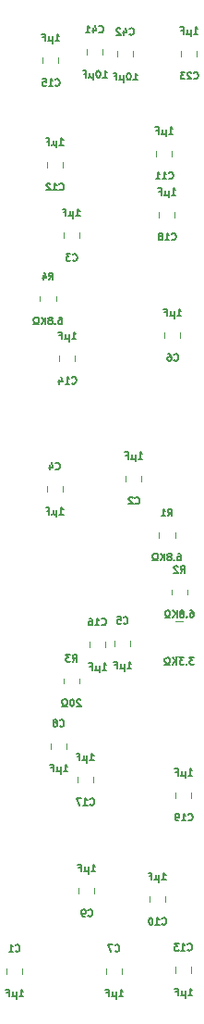
<source format=gbo>
%TF.GenerationSoftware,KiCad,Pcbnew,7.0.5*%
%TF.CreationDate,2024-05-12T20:04:25+02:00*%
%TF.ProjectId,W65C816 Breakout,57363543-3831-4362-9042-7265616b6f75,V1*%
%TF.SameCoordinates,PX525bfc0PY43d3480*%
%TF.FileFunction,Legend,Bot*%
%TF.FilePolarity,Positive*%
%FSLAX46Y46*%
G04 Gerber Fmt 4.6, Leading zero omitted, Abs format (unit mm)*
G04 Created by KiCad (PCBNEW 7.0.5) date 2024-05-12 20:04:25*
%MOMM*%
%LPD*%
G01*
G04 APERTURE LIST*
%ADD10C,0.150000*%
%ADD11C,0.120000*%
%ADD12C,0.100000*%
G04 APERTURE END LIST*
D10*
%TO.C,C15*%
X8563214Y-776486D02*
X8593452Y-806725D01*
X8593452Y-806725D02*
X8684166Y-836963D01*
X8684166Y-836963D02*
X8744642Y-836963D01*
X8744642Y-836963D02*
X8835357Y-806725D01*
X8835357Y-806725D02*
X8895833Y-746248D01*
X8895833Y-746248D02*
X8926071Y-685772D01*
X8926071Y-685772D02*
X8956309Y-564820D01*
X8956309Y-564820D02*
X8956309Y-474105D01*
X8956309Y-474105D02*
X8926071Y-353153D01*
X8926071Y-353153D02*
X8895833Y-292677D01*
X8895833Y-292677D02*
X8835357Y-232201D01*
X8835357Y-232201D02*
X8744642Y-201963D01*
X8744642Y-201963D02*
X8684166Y-201963D01*
X8684166Y-201963D02*
X8593452Y-232201D01*
X8593452Y-232201D02*
X8563214Y-262439D01*
X7958452Y-836963D02*
X8321309Y-836963D01*
X8139881Y-836963D02*
X8139881Y-201963D01*
X8139881Y-201963D02*
X8200357Y-292677D01*
X8200357Y-292677D02*
X8260833Y-353153D01*
X8260833Y-353153D02*
X8321309Y-383391D01*
X7383928Y-201963D02*
X7686309Y-201963D01*
X7686309Y-201963D02*
X7716547Y-504344D01*
X7716547Y-504344D02*
X7686309Y-474105D01*
X7686309Y-474105D02*
X7625833Y-443867D01*
X7625833Y-443867D02*
X7474642Y-443867D01*
X7474642Y-443867D02*
X7414166Y-474105D01*
X7414166Y-474105D02*
X7383928Y-504344D01*
X7383928Y-504344D02*
X7353690Y-564820D01*
X7353690Y-564820D02*
X7353690Y-716010D01*
X7353690Y-716010D02*
X7383928Y-776486D01*
X7383928Y-776486D02*
X7414166Y-806725D01*
X7414166Y-806725D02*
X7474642Y-836963D01*
X7474642Y-836963D02*
X7625833Y-836963D01*
X7625833Y-836963D02*
X7686309Y-806725D01*
X7686309Y-806725D02*
X7716547Y-776486D01*
X8551333Y3270037D02*
X8914190Y3270037D01*
X8732762Y3270037D02*
X8732762Y3905037D01*
X8732762Y3905037D02*
X8793238Y3814323D01*
X8793238Y3814323D02*
X8853714Y3753847D01*
X8853714Y3753847D02*
X8914190Y3723609D01*
X8279190Y3693371D02*
X8279190Y3058371D01*
X7976809Y3360752D02*
X7946571Y3300275D01*
X7946571Y3300275D02*
X7886095Y3270037D01*
X8279190Y3360752D02*
X8248952Y3300275D01*
X8248952Y3300275D02*
X8188476Y3270037D01*
X8188476Y3270037D02*
X8067523Y3270037D01*
X8067523Y3270037D02*
X8007047Y3300275D01*
X8007047Y3300275D02*
X7976809Y3360752D01*
X7976809Y3360752D02*
X7976809Y3693371D01*
X7402285Y3602656D02*
X7613952Y3602656D01*
X7613952Y3270037D02*
X7613952Y3905037D01*
X7613952Y3905037D02*
X7311571Y3905037D01*
%TO.C,C18*%
X19231214Y-14873486D02*
X19261452Y-14903725D01*
X19261452Y-14903725D02*
X19352166Y-14933963D01*
X19352166Y-14933963D02*
X19412642Y-14933963D01*
X19412642Y-14933963D02*
X19503357Y-14903725D01*
X19503357Y-14903725D02*
X19563833Y-14843248D01*
X19563833Y-14843248D02*
X19594071Y-14782772D01*
X19594071Y-14782772D02*
X19624309Y-14661820D01*
X19624309Y-14661820D02*
X19624309Y-14571105D01*
X19624309Y-14571105D02*
X19594071Y-14450153D01*
X19594071Y-14450153D02*
X19563833Y-14389677D01*
X19563833Y-14389677D02*
X19503357Y-14329201D01*
X19503357Y-14329201D02*
X19412642Y-14298963D01*
X19412642Y-14298963D02*
X19352166Y-14298963D01*
X19352166Y-14298963D02*
X19261452Y-14329201D01*
X19261452Y-14329201D02*
X19231214Y-14359439D01*
X18626452Y-14933963D02*
X18989309Y-14933963D01*
X18807881Y-14933963D02*
X18807881Y-14298963D01*
X18807881Y-14298963D02*
X18868357Y-14389677D01*
X18868357Y-14389677D02*
X18928833Y-14450153D01*
X18928833Y-14450153D02*
X18989309Y-14480391D01*
X18263595Y-14571105D02*
X18324071Y-14540867D01*
X18324071Y-14540867D02*
X18354309Y-14510629D01*
X18354309Y-14510629D02*
X18384547Y-14450153D01*
X18384547Y-14450153D02*
X18384547Y-14419915D01*
X18384547Y-14419915D02*
X18354309Y-14359439D01*
X18354309Y-14359439D02*
X18324071Y-14329201D01*
X18324071Y-14329201D02*
X18263595Y-14298963D01*
X18263595Y-14298963D02*
X18142642Y-14298963D01*
X18142642Y-14298963D02*
X18082166Y-14329201D01*
X18082166Y-14329201D02*
X18051928Y-14359439D01*
X18051928Y-14359439D02*
X18021690Y-14419915D01*
X18021690Y-14419915D02*
X18021690Y-14450153D01*
X18021690Y-14450153D02*
X18051928Y-14510629D01*
X18051928Y-14510629D02*
X18082166Y-14540867D01*
X18082166Y-14540867D02*
X18142642Y-14571105D01*
X18142642Y-14571105D02*
X18263595Y-14571105D01*
X18263595Y-14571105D02*
X18324071Y-14601344D01*
X18324071Y-14601344D02*
X18354309Y-14631582D01*
X18354309Y-14631582D02*
X18384547Y-14692058D01*
X18384547Y-14692058D02*
X18384547Y-14813010D01*
X18384547Y-14813010D02*
X18354309Y-14873486D01*
X18354309Y-14873486D02*
X18324071Y-14903725D01*
X18324071Y-14903725D02*
X18263595Y-14933963D01*
X18263595Y-14933963D02*
X18142642Y-14933963D01*
X18142642Y-14933963D02*
X18082166Y-14903725D01*
X18082166Y-14903725D02*
X18051928Y-14873486D01*
X18051928Y-14873486D02*
X18021690Y-14813010D01*
X18021690Y-14813010D02*
X18021690Y-14692058D01*
X18021690Y-14692058D02*
X18051928Y-14631582D01*
X18051928Y-14631582D02*
X18082166Y-14601344D01*
X18082166Y-14601344D02*
X18142642Y-14571105D01*
X19219333Y-10826963D02*
X19582190Y-10826963D01*
X19400762Y-10826963D02*
X19400762Y-10191963D01*
X19400762Y-10191963D02*
X19461238Y-10282677D01*
X19461238Y-10282677D02*
X19521714Y-10343153D01*
X19521714Y-10343153D02*
X19582190Y-10373391D01*
X18947190Y-10403629D02*
X18947190Y-11038629D01*
X18644809Y-10736248D02*
X18614571Y-10796725D01*
X18614571Y-10796725D02*
X18554095Y-10826963D01*
X18947190Y-10736248D02*
X18916952Y-10796725D01*
X18916952Y-10796725D02*
X18856476Y-10826963D01*
X18856476Y-10826963D02*
X18735523Y-10826963D01*
X18735523Y-10826963D02*
X18675047Y-10796725D01*
X18675047Y-10796725D02*
X18644809Y-10736248D01*
X18644809Y-10736248D02*
X18644809Y-10403629D01*
X18070285Y-10494344D02*
X18281952Y-10494344D01*
X18281952Y-10826963D02*
X18281952Y-10191963D01*
X18281952Y-10191963D02*
X17979571Y-10191963D01*
%TO.C,C4*%
X8587833Y-35869486D02*
X8618071Y-35899725D01*
X8618071Y-35899725D02*
X8708785Y-35929963D01*
X8708785Y-35929963D02*
X8769261Y-35929963D01*
X8769261Y-35929963D02*
X8859976Y-35899725D01*
X8859976Y-35899725D02*
X8920452Y-35839248D01*
X8920452Y-35839248D02*
X8950690Y-35778772D01*
X8950690Y-35778772D02*
X8980928Y-35657820D01*
X8980928Y-35657820D02*
X8980928Y-35567105D01*
X8980928Y-35567105D02*
X8950690Y-35446153D01*
X8950690Y-35446153D02*
X8920452Y-35385677D01*
X8920452Y-35385677D02*
X8859976Y-35325201D01*
X8859976Y-35325201D02*
X8769261Y-35294963D01*
X8769261Y-35294963D02*
X8708785Y-35294963D01*
X8708785Y-35294963D02*
X8618071Y-35325201D01*
X8618071Y-35325201D02*
X8587833Y-35355439D01*
X8043547Y-35506629D02*
X8043547Y-35929963D01*
X8194738Y-35264725D02*
X8345928Y-35718296D01*
X8345928Y-35718296D02*
X7952833Y-35718296D01*
X8932333Y-40036963D02*
X9295190Y-40036963D01*
X9113762Y-40036963D02*
X9113762Y-39401963D01*
X9113762Y-39401963D02*
X9174238Y-39492677D01*
X9174238Y-39492677D02*
X9234714Y-39553153D01*
X9234714Y-39553153D02*
X9295190Y-39583391D01*
X8660190Y-39613629D02*
X8660190Y-40248629D01*
X8357809Y-39946248D02*
X8327571Y-40006725D01*
X8327571Y-40006725D02*
X8267095Y-40036963D01*
X8660190Y-39946248D02*
X8629952Y-40006725D01*
X8629952Y-40006725D02*
X8569476Y-40036963D01*
X8569476Y-40036963D02*
X8448523Y-40036963D01*
X8448523Y-40036963D02*
X8388047Y-40006725D01*
X8388047Y-40006725D02*
X8357809Y-39946248D01*
X8357809Y-39946248D02*
X8357809Y-39613629D01*
X7783285Y-39704344D02*
X7994952Y-39704344D01*
X7994952Y-40036963D02*
X7994952Y-39401963D01*
X7994952Y-39401963D02*
X7692571Y-39401963D01*
%TO.C,C6*%
X19436833Y-25922486D02*
X19467071Y-25952725D01*
X19467071Y-25952725D02*
X19557785Y-25982963D01*
X19557785Y-25982963D02*
X19618261Y-25982963D01*
X19618261Y-25982963D02*
X19708976Y-25952725D01*
X19708976Y-25952725D02*
X19769452Y-25892248D01*
X19769452Y-25892248D02*
X19799690Y-25831772D01*
X19799690Y-25831772D02*
X19829928Y-25710820D01*
X19829928Y-25710820D02*
X19829928Y-25620105D01*
X19829928Y-25620105D02*
X19799690Y-25499153D01*
X19799690Y-25499153D02*
X19769452Y-25438677D01*
X19769452Y-25438677D02*
X19708976Y-25378201D01*
X19708976Y-25378201D02*
X19618261Y-25347963D01*
X19618261Y-25347963D02*
X19557785Y-25347963D01*
X19557785Y-25347963D02*
X19467071Y-25378201D01*
X19467071Y-25378201D02*
X19436833Y-25408439D01*
X18892547Y-25347963D02*
X19013500Y-25347963D01*
X19013500Y-25347963D02*
X19073976Y-25378201D01*
X19073976Y-25378201D02*
X19104214Y-25408439D01*
X19104214Y-25408439D02*
X19164690Y-25499153D01*
X19164690Y-25499153D02*
X19194928Y-25620105D01*
X19194928Y-25620105D02*
X19194928Y-25862010D01*
X19194928Y-25862010D02*
X19164690Y-25922486D01*
X19164690Y-25922486D02*
X19134452Y-25952725D01*
X19134452Y-25952725D02*
X19073976Y-25982963D01*
X19073976Y-25982963D02*
X18953023Y-25982963D01*
X18953023Y-25982963D02*
X18892547Y-25952725D01*
X18892547Y-25952725D02*
X18862309Y-25922486D01*
X18862309Y-25922486D02*
X18832071Y-25862010D01*
X18832071Y-25862010D02*
X18832071Y-25710820D01*
X18832071Y-25710820D02*
X18862309Y-25650344D01*
X18862309Y-25650344D02*
X18892547Y-25620105D01*
X18892547Y-25620105D02*
X18953023Y-25589867D01*
X18953023Y-25589867D02*
X19073976Y-25589867D01*
X19073976Y-25589867D02*
X19134452Y-25620105D01*
X19134452Y-25620105D02*
X19164690Y-25650344D01*
X19164690Y-25650344D02*
X19194928Y-25710820D01*
X19727333Y-21875963D02*
X20090190Y-21875963D01*
X19908762Y-21875963D02*
X19908762Y-21240963D01*
X19908762Y-21240963D02*
X19969238Y-21331677D01*
X19969238Y-21331677D02*
X20029714Y-21392153D01*
X20029714Y-21392153D02*
X20090190Y-21422391D01*
X19455190Y-21452629D02*
X19455190Y-22087629D01*
X19152809Y-21785248D02*
X19122571Y-21845725D01*
X19122571Y-21845725D02*
X19062095Y-21875963D01*
X19455190Y-21785248D02*
X19424952Y-21845725D01*
X19424952Y-21845725D02*
X19364476Y-21875963D01*
X19364476Y-21875963D02*
X19243523Y-21875963D01*
X19243523Y-21875963D02*
X19183047Y-21845725D01*
X19183047Y-21845725D02*
X19152809Y-21785248D01*
X19152809Y-21785248D02*
X19152809Y-21452629D01*
X18578285Y-21543344D02*
X18789952Y-21543344D01*
X18789952Y-21875963D02*
X18789952Y-21240963D01*
X18789952Y-21240963D02*
X18487571Y-21240963D01*
%TO.C,C41*%
X12573215Y4092514D02*
X12603453Y4062275D01*
X12603453Y4062275D02*
X12694167Y4032037D01*
X12694167Y4032037D02*
X12754643Y4032037D01*
X12754643Y4032037D02*
X12845358Y4062275D01*
X12845358Y4062275D02*
X12905834Y4122752D01*
X12905834Y4122752D02*
X12936072Y4183228D01*
X12936072Y4183228D02*
X12966310Y4304180D01*
X12966310Y4304180D02*
X12966310Y4394895D01*
X12966310Y4394895D02*
X12936072Y4515847D01*
X12936072Y4515847D02*
X12905834Y4576323D01*
X12905834Y4576323D02*
X12845358Y4636799D01*
X12845358Y4636799D02*
X12754643Y4667037D01*
X12754643Y4667037D02*
X12694167Y4667037D01*
X12694167Y4667037D02*
X12603453Y4636799D01*
X12603453Y4636799D02*
X12573215Y4606561D01*
X12028929Y4455371D02*
X12028929Y4032037D01*
X12180120Y4697275D02*
X12331310Y4243704D01*
X12331310Y4243704D02*
X11938215Y4243704D01*
X11363691Y4032037D02*
X11726548Y4032037D01*
X11545120Y4032037D02*
X11545120Y4667037D01*
X11545120Y4667037D02*
X11605596Y4576323D01*
X11605596Y4576323D02*
X11666072Y4515847D01*
X11666072Y4515847D02*
X11726548Y4485609D01*
X12917714Y-74963D02*
X13280571Y-74963D01*
X13099143Y-74963D02*
X13099143Y560037D01*
X13099143Y560037D02*
X13159619Y469323D01*
X13159619Y469323D02*
X13220095Y408847D01*
X13220095Y408847D02*
X13280571Y378609D01*
X12524619Y560037D02*
X12464142Y560037D01*
X12464142Y560037D02*
X12403666Y529799D01*
X12403666Y529799D02*
X12373428Y499561D01*
X12373428Y499561D02*
X12343190Y439085D01*
X12343190Y439085D02*
X12312952Y318133D01*
X12312952Y318133D02*
X12312952Y166942D01*
X12312952Y166942D02*
X12343190Y45990D01*
X12343190Y45990D02*
X12373428Y-14486D01*
X12373428Y-14486D02*
X12403666Y-44725D01*
X12403666Y-44725D02*
X12464142Y-74963D01*
X12464142Y-74963D02*
X12524619Y-74963D01*
X12524619Y-74963D02*
X12585095Y-44725D01*
X12585095Y-44725D02*
X12615333Y-14486D01*
X12615333Y-14486D02*
X12645571Y45990D01*
X12645571Y45990D02*
X12675809Y166942D01*
X12675809Y166942D02*
X12675809Y318133D01*
X12675809Y318133D02*
X12645571Y439085D01*
X12645571Y439085D02*
X12615333Y499561D01*
X12615333Y499561D02*
X12585095Y529799D01*
X12585095Y529799D02*
X12524619Y560037D01*
X12040809Y348371D02*
X12040809Y-286629D01*
X11738428Y15752D02*
X11708190Y-44725D01*
X11708190Y-44725D02*
X11647714Y-74963D01*
X12040809Y15752D02*
X12010571Y-44725D01*
X12010571Y-44725D02*
X11950095Y-74963D01*
X11950095Y-74963D02*
X11829142Y-74963D01*
X11829142Y-74963D02*
X11768666Y-44725D01*
X11768666Y-44725D02*
X11738428Y15752D01*
X11738428Y15752D02*
X11738428Y348371D01*
X11163904Y257656D02*
X11375571Y257656D01*
X11375571Y-74963D02*
X11375571Y560037D01*
X11375571Y560037D02*
X11073190Y560037D01*
%TO.C,C2*%
X15880833Y-39003486D02*
X15911071Y-39033725D01*
X15911071Y-39033725D02*
X16001785Y-39063963D01*
X16001785Y-39063963D02*
X16062261Y-39063963D01*
X16062261Y-39063963D02*
X16152976Y-39033725D01*
X16152976Y-39033725D02*
X16213452Y-38973248D01*
X16213452Y-38973248D02*
X16243690Y-38912772D01*
X16243690Y-38912772D02*
X16273928Y-38791820D01*
X16273928Y-38791820D02*
X16273928Y-38701105D01*
X16273928Y-38701105D02*
X16243690Y-38580153D01*
X16243690Y-38580153D02*
X16213452Y-38519677D01*
X16213452Y-38519677D02*
X16152976Y-38459201D01*
X16152976Y-38459201D02*
X16062261Y-38428963D01*
X16062261Y-38428963D02*
X16001785Y-38428963D01*
X16001785Y-38428963D02*
X15911071Y-38459201D01*
X15911071Y-38459201D02*
X15880833Y-38489439D01*
X15638928Y-38489439D02*
X15608690Y-38459201D01*
X15608690Y-38459201D02*
X15548214Y-38428963D01*
X15548214Y-38428963D02*
X15397023Y-38428963D01*
X15397023Y-38428963D02*
X15336547Y-38459201D01*
X15336547Y-38459201D02*
X15306309Y-38489439D01*
X15306309Y-38489439D02*
X15276071Y-38549915D01*
X15276071Y-38549915D02*
X15276071Y-38610391D01*
X15276071Y-38610391D02*
X15306309Y-38701105D01*
X15306309Y-38701105D02*
X15669166Y-39063963D01*
X15669166Y-39063963D02*
X15276071Y-39063963D01*
X16171333Y-34956963D02*
X16534190Y-34956963D01*
X16352762Y-34956963D02*
X16352762Y-34321963D01*
X16352762Y-34321963D02*
X16413238Y-34412677D01*
X16413238Y-34412677D02*
X16473714Y-34473153D01*
X16473714Y-34473153D02*
X16534190Y-34503391D01*
X15899190Y-34533629D02*
X15899190Y-35168629D01*
X15596809Y-34866248D02*
X15566571Y-34926725D01*
X15566571Y-34926725D02*
X15506095Y-34956963D01*
X15899190Y-34866248D02*
X15868952Y-34926725D01*
X15868952Y-34926725D02*
X15808476Y-34956963D01*
X15808476Y-34956963D02*
X15687523Y-34956963D01*
X15687523Y-34956963D02*
X15627047Y-34926725D01*
X15627047Y-34926725D02*
X15596809Y-34866248D01*
X15596809Y-34866248D02*
X15596809Y-34533629D01*
X15022285Y-34624344D02*
X15233952Y-34624344D01*
X15233952Y-34956963D02*
X15233952Y-34321963D01*
X15233952Y-34321963D02*
X14931571Y-34321963D01*
%TO.C,C3*%
X10165833Y-16778486D02*
X10196071Y-16808725D01*
X10196071Y-16808725D02*
X10286785Y-16838963D01*
X10286785Y-16838963D02*
X10347261Y-16838963D01*
X10347261Y-16838963D02*
X10437976Y-16808725D01*
X10437976Y-16808725D02*
X10498452Y-16748248D01*
X10498452Y-16748248D02*
X10528690Y-16687772D01*
X10528690Y-16687772D02*
X10558928Y-16566820D01*
X10558928Y-16566820D02*
X10558928Y-16476105D01*
X10558928Y-16476105D02*
X10528690Y-16355153D01*
X10528690Y-16355153D02*
X10498452Y-16294677D01*
X10498452Y-16294677D02*
X10437976Y-16234201D01*
X10437976Y-16234201D02*
X10347261Y-16203963D01*
X10347261Y-16203963D02*
X10286785Y-16203963D01*
X10286785Y-16203963D02*
X10196071Y-16234201D01*
X10196071Y-16234201D02*
X10165833Y-16264439D01*
X9954166Y-16203963D02*
X9561071Y-16203963D01*
X9561071Y-16203963D02*
X9772738Y-16445867D01*
X9772738Y-16445867D02*
X9682023Y-16445867D01*
X9682023Y-16445867D02*
X9621547Y-16476105D01*
X9621547Y-16476105D02*
X9591309Y-16506344D01*
X9591309Y-16506344D02*
X9561071Y-16566820D01*
X9561071Y-16566820D02*
X9561071Y-16718010D01*
X9561071Y-16718010D02*
X9591309Y-16778486D01*
X9591309Y-16778486D02*
X9621547Y-16808725D01*
X9621547Y-16808725D02*
X9682023Y-16838963D01*
X9682023Y-16838963D02*
X9863452Y-16838963D01*
X9863452Y-16838963D02*
X9923928Y-16808725D01*
X9923928Y-16808725D02*
X9954166Y-16778486D01*
X10456333Y-12731963D02*
X10819190Y-12731963D01*
X10637762Y-12731963D02*
X10637762Y-12096963D01*
X10637762Y-12096963D02*
X10698238Y-12187677D01*
X10698238Y-12187677D02*
X10758714Y-12248153D01*
X10758714Y-12248153D02*
X10819190Y-12278391D01*
X10184190Y-12308629D02*
X10184190Y-12943629D01*
X9881809Y-12641248D02*
X9851571Y-12701725D01*
X9851571Y-12701725D02*
X9791095Y-12731963D01*
X10184190Y-12641248D02*
X10153952Y-12701725D01*
X10153952Y-12701725D02*
X10093476Y-12731963D01*
X10093476Y-12731963D02*
X9972523Y-12731963D01*
X9972523Y-12731963D02*
X9912047Y-12701725D01*
X9912047Y-12701725D02*
X9881809Y-12641248D01*
X9881809Y-12641248D02*
X9881809Y-12308629D01*
X9307285Y-12399344D02*
X9518952Y-12399344D01*
X9518952Y-12731963D02*
X9518952Y-12096963D01*
X9518952Y-12096963D02*
X9216571Y-12096963D01*
%TO.C,C19*%
X20755214Y-67959486D02*
X20785452Y-67989725D01*
X20785452Y-67989725D02*
X20876166Y-68019963D01*
X20876166Y-68019963D02*
X20936642Y-68019963D01*
X20936642Y-68019963D02*
X21027357Y-67989725D01*
X21027357Y-67989725D02*
X21087833Y-67929248D01*
X21087833Y-67929248D02*
X21118071Y-67868772D01*
X21118071Y-67868772D02*
X21148309Y-67747820D01*
X21148309Y-67747820D02*
X21148309Y-67657105D01*
X21148309Y-67657105D02*
X21118071Y-67536153D01*
X21118071Y-67536153D02*
X21087833Y-67475677D01*
X21087833Y-67475677D02*
X21027357Y-67415201D01*
X21027357Y-67415201D02*
X20936642Y-67384963D01*
X20936642Y-67384963D02*
X20876166Y-67384963D01*
X20876166Y-67384963D02*
X20785452Y-67415201D01*
X20785452Y-67415201D02*
X20755214Y-67445439D01*
X20150452Y-68019963D02*
X20513309Y-68019963D01*
X20331881Y-68019963D02*
X20331881Y-67384963D01*
X20331881Y-67384963D02*
X20392357Y-67475677D01*
X20392357Y-67475677D02*
X20452833Y-67536153D01*
X20452833Y-67536153D02*
X20513309Y-67566391D01*
X19848071Y-68019963D02*
X19727119Y-68019963D01*
X19727119Y-68019963D02*
X19666642Y-67989725D01*
X19666642Y-67989725D02*
X19636404Y-67959486D01*
X19636404Y-67959486D02*
X19575928Y-67868772D01*
X19575928Y-67868772D02*
X19545690Y-67747820D01*
X19545690Y-67747820D02*
X19545690Y-67505915D01*
X19545690Y-67505915D02*
X19575928Y-67445439D01*
X19575928Y-67445439D02*
X19606166Y-67415201D01*
X19606166Y-67415201D02*
X19666642Y-67384963D01*
X19666642Y-67384963D02*
X19787595Y-67384963D01*
X19787595Y-67384963D02*
X19848071Y-67415201D01*
X19848071Y-67415201D02*
X19878309Y-67445439D01*
X19878309Y-67445439D02*
X19908547Y-67505915D01*
X19908547Y-67505915D02*
X19908547Y-67657105D01*
X19908547Y-67657105D02*
X19878309Y-67717582D01*
X19878309Y-67717582D02*
X19848071Y-67747820D01*
X19848071Y-67747820D02*
X19787595Y-67778058D01*
X19787595Y-67778058D02*
X19666642Y-67778058D01*
X19666642Y-67778058D02*
X19606166Y-67747820D01*
X19606166Y-67747820D02*
X19575928Y-67717582D01*
X19575928Y-67717582D02*
X19545690Y-67657105D01*
X20743333Y-63912963D02*
X21106190Y-63912963D01*
X20924762Y-63912963D02*
X20924762Y-63277963D01*
X20924762Y-63277963D02*
X20985238Y-63368677D01*
X20985238Y-63368677D02*
X21045714Y-63429153D01*
X21045714Y-63429153D02*
X21106190Y-63459391D01*
X20471190Y-63489629D02*
X20471190Y-64124629D01*
X20168809Y-63822248D02*
X20138571Y-63882725D01*
X20138571Y-63882725D02*
X20078095Y-63912963D01*
X20471190Y-63822248D02*
X20440952Y-63882725D01*
X20440952Y-63882725D02*
X20380476Y-63912963D01*
X20380476Y-63912963D02*
X20259523Y-63912963D01*
X20259523Y-63912963D02*
X20199047Y-63882725D01*
X20199047Y-63882725D02*
X20168809Y-63822248D01*
X20168809Y-63822248D02*
X20168809Y-63489629D01*
X19594285Y-63580344D02*
X19805952Y-63580344D01*
X19805952Y-63912963D02*
X19805952Y-63277963D01*
X19805952Y-63277963D02*
X19503571Y-63277963D01*
%TO.C,C13*%
X20701214Y-79836886D02*
X20731452Y-79867125D01*
X20731452Y-79867125D02*
X20822166Y-79897363D01*
X20822166Y-79897363D02*
X20882642Y-79897363D01*
X20882642Y-79897363D02*
X20973357Y-79867125D01*
X20973357Y-79867125D02*
X21033833Y-79806648D01*
X21033833Y-79806648D02*
X21064071Y-79746172D01*
X21064071Y-79746172D02*
X21094309Y-79625220D01*
X21094309Y-79625220D02*
X21094309Y-79534505D01*
X21094309Y-79534505D02*
X21064071Y-79413553D01*
X21064071Y-79413553D02*
X21033833Y-79353077D01*
X21033833Y-79353077D02*
X20973357Y-79292601D01*
X20973357Y-79292601D02*
X20882642Y-79262363D01*
X20882642Y-79262363D02*
X20822166Y-79262363D01*
X20822166Y-79262363D02*
X20731452Y-79292601D01*
X20731452Y-79292601D02*
X20701214Y-79322839D01*
X20096452Y-79897363D02*
X20459309Y-79897363D01*
X20277881Y-79897363D02*
X20277881Y-79262363D01*
X20277881Y-79262363D02*
X20338357Y-79353077D01*
X20338357Y-79353077D02*
X20398833Y-79413553D01*
X20398833Y-79413553D02*
X20459309Y-79443791D01*
X19884785Y-79262363D02*
X19491690Y-79262363D01*
X19491690Y-79262363D02*
X19703357Y-79504267D01*
X19703357Y-79504267D02*
X19612642Y-79504267D01*
X19612642Y-79504267D02*
X19552166Y-79534505D01*
X19552166Y-79534505D02*
X19521928Y-79564744D01*
X19521928Y-79564744D02*
X19491690Y-79625220D01*
X19491690Y-79625220D02*
X19491690Y-79776410D01*
X19491690Y-79776410D02*
X19521928Y-79836886D01*
X19521928Y-79836886D02*
X19552166Y-79867125D01*
X19552166Y-79867125D02*
X19612642Y-79897363D01*
X19612642Y-79897363D02*
X19794071Y-79897363D01*
X19794071Y-79897363D02*
X19854547Y-79867125D01*
X19854547Y-79867125D02*
X19884785Y-79836886D01*
X20743333Y-84004363D02*
X21106190Y-84004363D01*
X20924762Y-84004363D02*
X20924762Y-83369363D01*
X20924762Y-83369363D02*
X20985238Y-83460077D01*
X20985238Y-83460077D02*
X21045714Y-83520553D01*
X21045714Y-83520553D02*
X21106190Y-83550791D01*
X20471190Y-83581029D02*
X20471190Y-84216029D01*
X20168809Y-83913648D02*
X20138571Y-83974125D01*
X20138571Y-83974125D02*
X20078095Y-84004363D01*
X20471190Y-83913648D02*
X20440952Y-83974125D01*
X20440952Y-83974125D02*
X20380476Y-84004363D01*
X20380476Y-84004363D02*
X20259523Y-84004363D01*
X20259523Y-84004363D02*
X20199047Y-83974125D01*
X20199047Y-83974125D02*
X20168809Y-83913648D01*
X20168809Y-83913648D02*
X20168809Y-83581029D01*
X19594285Y-83671744D02*
X19805952Y-83671744D01*
X19805952Y-84004363D02*
X19805952Y-83369363D01*
X19805952Y-83369363D02*
X19503571Y-83369363D01*
%TO.C,C10*%
X18342214Y-77484486D02*
X18372452Y-77514725D01*
X18372452Y-77514725D02*
X18463166Y-77544963D01*
X18463166Y-77544963D02*
X18523642Y-77544963D01*
X18523642Y-77544963D02*
X18614357Y-77514725D01*
X18614357Y-77514725D02*
X18674833Y-77454248D01*
X18674833Y-77454248D02*
X18705071Y-77393772D01*
X18705071Y-77393772D02*
X18735309Y-77272820D01*
X18735309Y-77272820D02*
X18735309Y-77182105D01*
X18735309Y-77182105D02*
X18705071Y-77061153D01*
X18705071Y-77061153D02*
X18674833Y-77000677D01*
X18674833Y-77000677D02*
X18614357Y-76940201D01*
X18614357Y-76940201D02*
X18523642Y-76909963D01*
X18523642Y-76909963D02*
X18463166Y-76909963D01*
X18463166Y-76909963D02*
X18372452Y-76940201D01*
X18372452Y-76940201D02*
X18342214Y-76970439D01*
X17737452Y-77544963D02*
X18100309Y-77544963D01*
X17918881Y-77544963D02*
X17918881Y-76909963D01*
X17918881Y-76909963D02*
X17979357Y-77000677D01*
X17979357Y-77000677D02*
X18039833Y-77061153D01*
X18039833Y-77061153D02*
X18100309Y-77091391D01*
X17344357Y-76909963D02*
X17283880Y-76909963D01*
X17283880Y-76909963D02*
X17223404Y-76940201D01*
X17223404Y-76940201D02*
X17193166Y-76970439D01*
X17193166Y-76970439D02*
X17162928Y-77030915D01*
X17162928Y-77030915D02*
X17132690Y-77151867D01*
X17132690Y-77151867D02*
X17132690Y-77303058D01*
X17132690Y-77303058D02*
X17162928Y-77424010D01*
X17162928Y-77424010D02*
X17193166Y-77484486D01*
X17193166Y-77484486D02*
X17223404Y-77514725D01*
X17223404Y-77514725D02*
X17283880Y-77544963D01*
X17283880Y-77544963D02*
X17344357Y-77544963D01*
X17344357Y-77544963D02*
X17404833Y-77514725D01*
X17404833Y-77514725D02*
X17435071Y-77484486D01*
X17435071Y-77484486D02*
X17465309Y-77424010D01*
X17465309Y-77424010D02*
X17495547Y-77303058D01*
X17495547Y-77303058D02*
X17495547Y-77151867D01*
X17495547Y-77151867D02*
X17465309Y-77030915D01*
X17465309Y-77030915D02*
X17435071Y-76970439D01*
X17435071Y-76970439D02*
X17404833Y-76940201D01*
X17404833Y-76940201D02*
X17344357Y-76909963D01*
X18330333Y-73437963D02*
X18693190Y-73437963D01*
X18511762Y-73437963D02*
X18511762Y-72802963D01*
X18511762Y-72802963D02*
X18572238Y-72893677D01*
X18572238Y-72893677D02*
X18632714Y-72954153D01*
X18632714Y-72954153D02*
X18693190Y-72984391D01*
X18058190Y-73014629D02*
X18058190Y-73649629D01*
X17755809Y-73347248D02*
X17725571Y-73407725D01*
X17725571Y-73407725D02*
X17665095Y-73437963D01*
X18058190Y-73347248D02*
X18027952Y-73407725D01*
X18027952Y-73407725D02*
X17967476Y-73437963D01*
X17967476Y-73437963D02*
X17846523Y-73437963D01*
X17846523Y-73437963D02*
X17786047Y-73407725D01*
X17786047Y-73407725D02*
X17755809Y-73347248D01*
X17755809Y-73347248D02*
X17755809Y-73014629D01*
X17181285Y-73105344D02*
X17392952Y-73105344D01*
X17392952Y-73437963D02*
X17392952Y-72802963D01*
X17392952Y-72802963D02*
X17090571Y-72802963D01*
%TO.C,C11*%
X18977214Y-9285486D02*
X19007452Y-9315725D01*
X19007452Y-9315725D02*
X19098166Y-9345963D01*
X19098166Y-9345963D02*
X19158642Y-9345963D01*
X19158642Y-9345963D02*
X19249357Y-9315725D01*
X19249357Y-9315725D02*
X19309833Y-9255248D01*
X19309833Y-9255248D02*
X19340071Y-9194772D01*
X19340071Y-9194772D02*
X19370309Y-9073820D01*
X19370309Y-9073820D02*
X19370309Y-8983105D01*
X19370309Y-8983105D02*
X19340071Y-8862153D01*
X19340071Y-8862153D02*
X19309833Y-8801677D01*
X19309833Y-8801677D02*
X19249357Y-8741201D01*
X19249357Y-8741201D02*
X19158642Y-8710963D01*
X19158642Y-8710963D02*
X19098166Y-8710963D01*
X19098166Y-8710963D02*
X19007452Y-8741201D01*
X19007452Y-8741201D02*
X18977214Y-8771439D01*
X18372452Y-9345963D02*
X18735309Y-9345963D01*
X18553881Y-9345963D02*
X18553881Y-8710963D01*
X18553881Y-8710963D02*
X18614357Y-8801677D01*
X18614357Y-8801677D02*
X18674833Y-8862153D01*
X18674833Y-8862153D02*
X18735309Y-8892391D01*
X17767690Y-9345963D02*
X18130547Y-9345963D01*
X17949119Y-9345963D02*
X17949119Y-8710963D01*
X17949119Y-8710963D02*
X18009595Y-8801677D01*
X18009595Y-8801677D02*
X18070071Y-8862153D01*
X18070071Y-8862153D02*
X18130547Y-8892391D01*
X18965333Y-5238963D02*
X19328190Y-5238963D01*
X19146762Y-5238963D02*
X19146762Y-4603963D01*
X19146762Y-4603963D02*
X19207238Y-4694677D01*
X19207238Y-4694677D02*
X19267714Y-4755153D01*
X19267714Y-4755153D02*
X19328190Y-4785391D01*
X18693190Y-4815629D02*
X18693190Y-5450629D01*
X18390809Y-5148248D02*
X18360571Y-5208725D01*
X18360571Y-5208725D02*
X18300095Y-5238963D01*
X18693190Y-5148248D02*
X18662952Y-5208725D01*
X18662952Y-5208725D02*
X18602476Y-5238963D01*
X18602476Y-5238963D02*
X18481523Y-5238963D01*
X18481523Y-5238963D02*
X18421047Y-5208725D01*
X18421047Y-5208725D02*
X18390809Y-5148248D01*
X18390809Y-5148248D02*
X18390809Y-4815629D01*
X17816285Y-4906344D02*
X18027952Y-4906344D01*
X18027952Y-5238963D02*
X18027952Y-4603963D01*
X18027952Y-4603963D02*
X17725571Y-4603963D01*
%TO.C,C8*%
X8968833Y-59364486D02*
X8999071Y-59394725D01*
X8999071Y-59394725D02*
X9089785Y-59424963D01*
X9089785Y-59424963D02*
X9150261Y-59424963D01*
X9150261Y-59424963D02*
X9240976Y-59394725D01*
X9240976Y-59394725D02*
X9301452Y-59334248D01*
X9301452Y-59334248D02*
X9331690Y-59273772D01*
X9331690Y-59273772D02*
X9361928Y-59152820D01*
X9361928Y-59152820D02*
X9361928Y-59062105D01*
X9361928Y-59062105D02*
X9331690Y-58941153D01*
X9331690Y-58941153D02*
X9301452Y-58880677D01*
X9301452Y-58880677D02*
X9240976Y-58820201D01*
X9240976Y-58820201D02*
X9150261Y-58789963D01*
X9150261Y-58789963D02*
X9089785Y-58789963D01*
X9089785Y-58789963D02*
X8999071Y-58820201D01*
X8999071Y-58820201D02*
X8968833Y-58850439D01*
X8605976Y-59062105D02*
X8666452Y-59031867D01*
X8666452Y-59031867D02*
X8696690Y-59001629D01*
X8696690Y-59001629D02*
X8726928Y-58941153D01*
X8726928Y-58941153D02*
X8726928Y-58910915D01*
X8726928Y-58910915D02*
X8696690Y-58850439D01*
X8696690Y-58850439D02*
X8666452Y-58820201D01*
X8666452Y-58820201D02*
X8605976Y-58789963D01*
X8605976Y-58789963D02*
X8485023Y-58789963D01*
X8485023Y-58789963D02*
X8424547Y-58820201D01*
X8424547Y-58820201D02*
X8394309Y-58850439D01*
X8394309Y-58850439D02*
X8364071Y-58910915D01*
X8364071Y-58910915D02*
X8364071Y-58941153D01*
X8364071Y-58941153D02*
X8394309Y-59001629D01*
X8394309Y-59001629D02*
X8424547Y-59031867D01*
X8424547Y-59031867D02*
X8485023Y-59062105D01*
X8485023Y-59062105D02*
X8605976Y-59062105D01*
X8605976Y-59062105D02*
X8666452Y-59092344D01*
X8666452Y-59092344D02*
X8696690Y-59122582D01*
X8696690Y-59122582D02*
X8726928Y-59183058D01*
X8726928Y-59183058D02*
X8726928Y-59304010D01*
X8726928Y-59304010D02*
X8696690Y-59364486D01*
X8696690Y-59364486D02*
X8666452Y-59394725D01*
X8666452Y-59394725D02*
X8605976Y-59424963D01*
X8605976Y-59424963D02*
X8485023Y-59424963D01*
X8485023Y-59424963D02*
X8424547Y-59394725D01*
X8424547Y-59394725D02*
X8394309Y-59364486D01*
X8394309Y-59364486D02*
X8364071Y-59304010D01*
X8364071Y-59304010D02*
X8364071Y-59183058D01*
X8364071Y-59183058D02*
X8394309Y-59122582D01*
X8394309Y-59122582D02*
X8424547Y-59092344D01*
X8424547Y-59092344D02*
X8485023Y-59062105D01*
X9313333Y-63531963D02*
X9676190Y-63531963D01*
X9494762Y-63531963D02*
X9494762Y-62896963D01*
X9494762Y-62896963D02*
X9555238Y-62987677D01*
X9555238Y-62987677D02*
X9615714Y-63048153D01*
X9615714Y-63048153D02*
X9676190Y-63078391D01*
X9041190Y-63108629D02*
X9041190Y-63743629D01*
X8738809Y-63441248D02*
X8708571Y-63501725D01*
X8708571Y-63501725D02*
X8648095Y-63531963D01*
X9041190Y-63441248D02*
X9010952Y-63501725D01*
X9010952Y-63501725D02*
X8950476Y-63531963D01*
X8950476Y-63531963D02*
X8829523Y-63531963D01*
X8829523Y-63531963D02*
X8769047Y-63501725D01*
X8769047Y-63501725D02*
X8738809Y-63441248D01*
X8738809Y-63441248D02*
X8738809Y-63108629D01*
X8164285Y-63199344D02*
X8375952Y-63199344D01*
X8375952Y-63531963D02*
X8375952Y-62896963D01*
X8375952Y-62896963D02*
X8073571Y-62896963D01*
%TO.C,C17*%
X11738214Y-66562486D02*
X11768452Y-66592725D01*
X11768452Y-66592725D02*
X11859166Y-66622963D01*
X11859166Y-66622963D02*
X11919642Y-66622963D01*
X11919642Y-66622963D02*
X12010357Y-66592725D01*
X12010357Y-66592725D02*
X12070833Y-66532248D01*
X12070833Y-66532248D02*
X12101071Y-66471772D01*
X12101071Y-66471772D02*
X12131309Y-66350820D01*
X12131309Y-66350820D02*
X12131309Y-66260105D01*
X12131309Y-66260105D02*
X12101071Y-66139153D01*
X12101071Y-66139153D02*
X12070833Y-66078677D01*
X12070833Y-66078677D02*
X12010357Y-66018201D01*
X12010357Y-66018201D02*
X11919642Y-65987963D01*
X11919642Y-65987963D02*
X11859166Y-65987963D01*
X11859166Y-65987963D02*
X11768452Y-66018201D01*
X11768452Y-66018201D02*
X11738214Y-66048439D01*
X11133452Y-66622963D02*
X11496309Y-66622963D01*
X11314881Y-66622963D02*
X11314881Y-65987963D01*
X11314881Y-65987963D02*
X11375357Y-66078677D01*
X11375357Y-66078677D02*
X11435833Y-66139153D01*
X11435833Y-66139153D02*
X11496309Y-66169391D01*
X10921785Y-65987963D02*
X10498452Y-65987963D01*
X10498452Y-65987963D02*
X10770595Y-66622963D01*
X11726333Y-62515963D02*
X12089190Y-62515963D01*
X11907762Y-62515963D02*
X11907762Y-61880963D01*
X11907762Y-61880963D02*
X11968238Y-61971677D01*
X11968238Y-61971677D02*
X12028714Y-62032153D01*
X12028714Y-62032153D02*
X12089190Y-62062391D01*
X11454190Y-62092629D02*
X11454190Y-62727629D01*
X11151809Y-62425248D02*
X11121571Y-62485725D01*
X11121571Y-62485725D02*
X11061095Y-62515963D01*
X11454190Y-62425248D02*
X11423952Y-62485725D01*
X11423952Y-62485725D02*
X11363476Y-62515963D01*
X11363476Y-62515963D02*
X11242523Y-62515963D01*
X11242523Y-62515963D02*
X11182047Y-62485725D01*
X11182047Y-62485725D02*
X11151809Y-62425248D01*
X11151809Y-62425248D02*
X11151809Y-62092629D01*
X10577285Y-62183344D02*
X10788952Y-62183344D01*
X10788952Y-62515963D02*
X10788952Y-61880963D01*
X10788952Y-61880963D02*
X10486571Y-61880963D01*
%TO.C,C23*%
X21263214Y-141486D02*
X21293452Y-171725D01*
X21293452Y-171725D02*
X21384166Y-201963D01*
X21384166Y-201963D02*
X21444642Y-201963D01*
X21444642Y-201963D02*
X21535357Y-171725D01*
X21535357Y-171725D02*
X21595833Y-111248D01*
X21595833Y-111248D02*
X21626071Y-50772D01*
X21626071Y-50772D02*
X21656309Y70180D01*
X21656309Y70180D02*
X21656309Y160895D01*
X21656309Y160895D02*
X21626071Y281847D01*
X21626071Y281847D02*
X21595833Y342323D01*
X21595833Y342323D02*
X21535357Y402799D01*
X21535357Y402799D02*
X21444642Y433037D01*
X21444642Y433037D02*
X21384166Y433037D01*
X21384166Y433037D02*
X21293452Y402799D01*
X21293452Y402799D02*
X21263214Y372561D01*
X21021309Y372561D02*
X20991071Y402799D01*
X20991071Y402799D02*
X20930595Y433037D01*
X20930595Y433037D02*
X20779404Y433037D01*
X20779404Y433037D02*
X20718928Y402799D01*
X20718928Y402799D02*
X20688690Y372561D01*
X20688690Y372561D02*
X20658452Y312085D01*
X20658452Y312085D02*
X20658452Y251609D01*
X20658452Y251609D02*
X20688690Y160895D01*
X20688690Y160895D02*
X21051547Y-201963D01*
X21051547Y-201963D02*
X20658452Y-201963D01*
X20446785Y433037D02*
X20053690Y433037D01*
X20053690Y433037D02*
X20265357Y191133D01*
X20265357Y191133D02*
X20174642Y191133D01*
X20174642Y191133D02*
X20114166Y160895D01*
X20114166Y160895D02*
X20083928Y130656D01*
X20083928Y130656D02*
X20053690Y70180D01*
X20053690Y70180D02*
X20053690Y-81010D01*
X20053690Y-81010D02*
X20083928Y-141486D01*
X20083928Y-141486D02*
X20114166Y-171725D01*
X20114166Y-171725D02*
X20174642Y-201963D01*
X20174642Y-201963D02*
X20356071Y-201963D01*
X20356071Y-201963D02*
X20416547Y-171725D01*
X20416547Y-171725D02*
X20446785Y-141486D01*
X21251333Y3905037D02*
X21614190Y3905037D01*
X21432762Y3905037D02*
X21432762Y4540037D01*
X21432762Y4540037D02*
X21493238Y4449323D01*
X21493238Y4449323D02*
X21553714Y4388847D01*
X21553714Y4388847D02*
X21614190Y4358609D01*
X20979190Y4328371D02*
X20979190Y3693371D01*
X20676809Y3995752D02*
X20646571Y3935275D01*
X20646571Y3935275D02*
X20586095Y3905037D01*
X20979190Y3995752D02*
X20948952Y3935275D01*
X20948952Y3935275D02*
X20888476Y3905037D01*
X20888476Y3905037D02*
X20767523Y3905037D01*
X20767523Y3905037D02*
X20707047Y3935275D01*
X20707047Y3935275D02*
X20676809Y3995752D01*
X20676809Y3995752D02*
X20676809Y4328371D01*
X20102285Y4237656D02*
X20313952Y4237656D01*
X20313952Y3905037D02*
X20313952Y4540037D01*
X20313952Y4540037D02*
X20011571Y4540037D01*
%TO.C,C16*%
X12827214Y-50093486D02*
X12857452Y-50123725D01*
X12857452Y-50123725D02*
X12948166Y-50153963D01*
X12948166Y-50153963D02*
X13008642Y-50153963D01*
X13008642Y-50153963D02*
X13099357Y-50123725D01*
X13099357Y-50123725D02*
X13159833Y-50063248D01*
X13159833Y-50063248D02*
X13190071Y-50002772D01*
X13190071Y-50002772D02*
X13220309Y-49881820D01*
X13220309Y-49881820D02*
X13220309Y-49791105D01*
X13220309Y-49791105D02*
X13190071Y-49670153D01*
X13190071Y-49670153D02*
X13159833Y-49609677D01*
X13159833Y-49609677D02*
X13099357Y-49549201D01*
X13099357Y-49549201D02*
X13008642Y-49518963D01*
X13008642Y-49518963D02*
X12948166Y-49518963D01*
X12948166Y-49518963D02*
X12857452Y-49549201D01*
X12857452Y-49549201D02*
X12827214Y-49579439D01*
X12222452Y-50153963D02*
X12585309Y-50153963D01*
X12403881Y-50153963D02*
X12403881Y-49518963D01*
X12403881Y-49518963D02*
X12464357Y-49609677D01*
X12464357Y-49609677D02*
X12524833Y-49670153D01*
X12524833Y-49670153D02*
X12585309Y-49700391D01*
X11678166Y-49518963D02*
X11799119Y-49518963D01*
X11799119Y-49518963D02*
X11859595Y-49549201D01*
X11859595Y-49549201D02*
X11889833Y-49579439D01*
X11889833Y-49579439D02*
X11950309Y-49670153D01*
X11950309Y-49670153D02*
X11980547Y-49791105D01*
X11980547Y-49791105D02*
X11980547Y-50033010D01*
X11980547Y-50033010D02*
X11950309Y-50093486D01*
X11950309Y-50093486D02*
X11920071Y-50123725D01*
X11920071Y-50123725D02*
X11859595Y-50153963D01*
X11859595Y-50153963D02*
X11738642Y-50153963D01*
X11738642Y-50153963D02*
X11678166Y-50123725D01*
X11678166Y-50123725D02*
X11647928Y-50093486D01*
X11647928Y-50093486D02*
X11617690Y-50033010D01*
X11617690Y-50033010D02*
X11617690Y-49881820D01*
X11617690Y-49881820D02*
X11647928Y-49821344D01*
X11647928Y-49821344D02*
X11678166Y-49791105D01*
X11678166Y-49791105D02*
X11738642Y-49760867D01*
X11738642Y-49760867D02*
X11859595Y-49760867D01*
X11859595Y-49760867D02*
X11920071Y-49791105D01*
X11920071Y-49791105D02*
X11950309Y-49821344D01*
X11950309Y-49821344D02*
X11980547Y-49881820D01*
X12869333Y-54260963D02*
X13232190Y-54260963D01*
X13050762Y-54260963D02*
X13050762Y-53625963D01*
X13050762Y-53625963D02*
X13111238Y-53716677D01*
X13111238Y-53716677D02*
X13171714Y-53777153D01*
X13171714Y-53777153D02*
X13232190Y-53807391D01*
X12597190Y-53837629D02*
X12597190Y-54472629D01*
X12294809Y-54170248D02*
X12264571Y-54230725D01*
X12264571Y-54230725D02*
X12204095Y-54260963D01*
X12597190Y-54170248D02*
X12566952Y-54230725D01*
X12566952Y-54230725D02*
X12506476Y-54260963D01*
X12506476Y-54260963D02*
X12385523Y-54260963D01*
X12385523Y-54260963D02*
X12325047Y-54230725D01*
X12325047Y-54230725D02*
X12294809Y-54170248D01*
X12294809Y-54170248D02*
X12294809Y-53837629D01*
X11720285Y-53928344D02*
X11931952Y-53928344D01*
X11931952Y-54260963D02*
X11931952Y-53625963D01*
X11931952Y-53625963D02*
X11629571Y-53625963D01*
%TO.C,C9*%
X11562833Y-76722486D02*
X11593071Y-76752725D01*
X11593071Y-76752725D02*
X11683785Y-76782963D01*
X11683785Y-76782963D02*
X11744261Y-76782963D01*
X11744261Y-76782963D02*
X11834976Y-76752725D01*
X11834976Y-76752725D02*
X11895452Y-76692248D01*
X11895452Y-76692248D02*
X11925690Y-76631772D01*
X11925690Y-76631772D02*
X11955928Y-76510820D01*
X11955928Y-76510820D02*
X11955928Y-76420105D01*
X11955928Y-76420105D02*
X11925690Y-76299153D01*
X11925690Y-76299153D02*
X11895452Y-76238677D01*
X11895452Y-76238677D02*
X11834976Y-76178201D01*
X11834976Y-76178201D02*
X11744261Y-76147963D01*
X11744261Y-76147963D02*
X11683785Y-76147963D01*
X11683785Y-76147963D02*
X11593071Y-76178201D01*
X11593071Y-76178201D02*
X11562833Y-76208439D01*
X11260452Y-76782963D02*
X11139500Y-76782963D01*
X11139500Y-76782963D02*
X11079023Y-76752725D01*
X11079023Y-76752725D02*
X11048785Y-76722486D01*
X11048785Y-76722486D02*
X10988309Y-76631772D01*
X10988309Y-76631772D02*
X10958071Y-76510820D01*
X10958071Y-76510820D02*
X10958071Y-76268915D01*
X10958071Y-76268915D02*
X10988309Y-76208439D01*
X10988309Y-76208439D02*
X11018547Y-76178201D01*
X11018547Y-76178201D02*
X11079023Y-76147963D01*
X11079023Y-76147963D02*
X11199976Y-76147963D01*
X11199976Y-76147963D02*
X11260452Y-76178201D01*
X11260452Y-76178201D02*
X11290690Y-76208439D01*
X11290690Y-76208439D02*
X11320928Y-76268915D01*
X11320928Y-76268915D02*
X11320928Y-76420105D01*
X11320928Y-76420105D02*
X11290690Y-76480582D01*
X11290690Y-76480582D02*
X11260452Y-76510820D01*
X11260452Y-76510820D02*
X11199976Y-76541058D01*
X11199976Y-76541058D02*
X11079023Y-76541058D01*
X11079023Y-76541058D02*
X11018547Y-76510820D01*
X11018547Y-76510820D02*
X10988309Y-76480582D01*
X10988309Y-76480582D02*
X10958071Y-76420105D01*
X11853333Y-72675963D02*
X12216190Y-72675963D01*
X12034762Y-72675963D02*
X12034762Y-72040963D01*
X12034762Y-72040963D02*
X12095238Y-72131677D01*
X12095238Y-72131677D02*
X12155714Y-72192153D01*
X12155714Y-72192153D02*
X12216190Y-72222391D01*
X11581190Y-72252629D02*
X11581190Y-72887629D01*
X11278809Y-72585248D02*
X11248571Y-72645725D01*
X11248571Y-72645725D02*
X11188095Y-72675963D01*
X11581190Y-72585248D02*
X11550952Y-72645725D01*
X11550952Y-72645725D02*
X11490476Y-72675963D01*
X11490476Y-72675963D02*
X11369523Y-72675963D01*
X11369523Y-72675963D02*
X11309047Y-72645725D01*
X11309047Y-72645725D02*
X11278809Y-72585248D01*
X11278809Y-72585248D02*
X11278809Y-72252629D01*
X10704285Y-72343344D02*
X10915952Y-72343344D01*
X10915952Y-72675963D02*
X10915952Y-72040963D01*
X10915952Y-72040963D02*
X10613571Y-72040963D01*
%TO.C,RN4*%
X21259194Y-53117963D02*
X20866099Y-53117963D01*
X20866099Y-53117963D02*
X21077766Y-53359867D01*
X21077766Y-53359867D02*
X20987051Y-53359867D01*
X20987051Y-53359867D02*
X20926575Y-53390105D01*
X20926575Y-53390105D02*
X20896337Y-53420344D01*
X20896337Y-53420344D02*
X20866099Y-53480820D01*
X20866099Y-53480820D02*
X20866099Y-53632010D01*
X20866099Y-53632010D02*
X20896337Y-53692486D01*
X20896337Y-53692486D02*
X20926575Y-53722725D01*
X20926575Y-53722725D02*
X20987051Y-53752963D01*
X20987051Y-53752963D02*
X21168480Y-53752963D01*
X21168480Y-53752963D02*
X21228956Y-53722725D01*
X21228956Y-53722725D02*
X21259194Y-53692486D01*
X20593956Y-53692486D02*
X20563718Y-53722725D01*
X20563718Y-53722725D02*
X20593956Y-53752963D01*
X20593956Y-53752963D02*
X20624194Y-53722725D01*
X20624194Y-53722725D02*
X20593956Y-53692486D01*
X20593956Y-53692486D02*
X20593956Y-53752963D01*
X20352051Y-53117963D02*
X19958956Y-53117963D01*
X19958956Y-53117963D02*
X20170623Y-53359867D01*
X20170623Y-53359867D02*
X20079908Y-53359867D01*
X20079908Y-53359867D02*
X20019432Y-53390105D01*
X20019432Y-53390105D02*
X19989194Y-53420344D01*
X19989194Y-53420344D02*
X19958956Y-53480820D01*
X19958956Y-53480820D02*
X19958956Y-53632010D01*
X19958956Y-53632010D02*
X19989194Y-53692486D01*
X19989194Y-53692486D02*
X20019432Y-53722725D01*
X20019432Y-53722725D02*
X20079908Y-53752963D01*
X20079908Y-53752963D02*
X20261337Y-53752963D01*
X20261337Y-53752963D02*
X20321813Y-53722725D01*
X20321813Y-53722725D02*
X20352051Y-53692486D01*
X19686813Y-53752963D02*
X19686813Y-53117963D01*
X19323956Y-53752963D02*
X19596099Y-53390105D01*
X19323956Y-53117963D02*
X19686813Y-53480820D01*
X19082051Y-53752963D02*
X18930861Y-53752963D01*
X18930861Y-53752963D02*
X18930861Y-53632010D01*
X18930861Y-53632010D02*
X18991337Y-53601772D01*
X18991337Y-53601772D02*
X19051813Y-53541296D01*
X19051813Y-53541296D02*
X19082051Y-53450582D01*
X19082051Y-53450582D02*
X19082051Y-53299391D01*
X19082051Y-53299391D02*
X19051813Y-53208677D01*
X19051813Y-53208677D02*
X18991337Y-53148201D01*
X18991337Y-53148201D02*
X18900623Y-53117963D01*
X18900623Y-53117963D02*
X18779670Y-53117963D01*
X18779670Y-53117963D02*
X18688956Y-53148201D01*
X18688956Y-53148201D02*
X18628480Y-53208677D01*
X18628480Y-53208677D02*
X18598242Y-53299391D01*
X18598242Y-53299391D02*
X18598242Y-53450582D01*
X18598242Y-53450582D02*
X18628480Y-53541296D01*
X18628480Y-53541296D02*
X18688956Y-53601772D01*
X18688956Y-53601772D02*
X18749432Y-53632010D01*
X18749432Y-53632010D02*
X18749432Y-53752963D01*
X18749432Y-53752963D02*
X18598242Y-53752963D01*
%TO.C,R2*%
X20044833Y-45370963D02*
X20256500Y-45068582D01*
X20407690Y-45370963D02*
X20407690Y-44735963D01*
X20407690Y-44735963D02*
X20165785Y-44735963D01*
X20165785Y-44735963D02*
X20105309Y-44766201D01*
X20105309Y-44766201D02*
X20075071Y-44796439D01*
X20075071Y-44796439D02*
X20044833Y-44856915D01*
X20044833Y-44856915D02*
X20044833Y-44947629D01*
X20044833Y-44947629D02*
X20075071Y-45008105D01*
X20075071Y-45008105D02*
X20105309Y-45038344D01*
X20105309Y-45038344D02*
X20165785Y-45068582D01*
X20165785Y-45068582D02*
X20407690Y-45068582D01*
X19802928Y-44796439D02*
X19772690Y-44766201D01*
X19772690Y-44766201D02*
X19712214Y-44735963D01*
X19712214Y-44735963D02*
X19561023Y-44735963D01*
X19561023Y-44735963D02*
X19500547Y-44766201D01*
X19500547Y-44766201D02*
X19470309Y-44796439D01*
X19470309Y-44796439D02*
X19440071Y-44856915D01*
X19440071Y-44856915D02*
X19440071Y-44917391D01*
X19440071Y-44917391D02*
X19470309Y-45008105D01*
X19470309Y-45008105D02*
X19833166Y-45370963D01*
X19833166Y-45370963D02*
X19440071Y-45370963D01*
X20951975Y-48799963D02*
X21072928Y-48799963D01*
X21072928Y-48799963D02*
X21133404Y-48830201D01*
X21133404Y-48830201D02*
X21163642Y-48860439D01*
X21163642Y-48860439D02*
X21224118Y-48951153D01*
X21224118Y-48951153D02*
X21254356Y-49072105D01*
X21254356Y-49072105D02*
X21254356Y-49314010D01*
X21254356Y-49314010D02*
X21224118Y-49374486D01*
X21224118Y-49374486D02*
X21193880Y-49404725D01*
X21193880Y-49404725D02*
X21133404Y-49434963D01*
X21133404Y-49434963D02*
X21012451Y-49434963D01*
X21012451Y-49434963D02*
X20951975Y-49404725D01*
X20951975Y-49404725D02*
X20921737Y-49374486D01*
X20921737Y-49374486D02*
X20891499Y-49314010D01*
X20891499Y-49314010D02*
X20891499Y-49162820D01*
X20891499Y-49162820D02*
X20921737Y-49102344D01*
X20921737Y-49102344D02*
X20951975Y-49072105D01*
X20951975Y-49072105D02*
X21012451Y-49041867D01*
X21012451Y-49041867D02*
X21133404Y-49041867D01*
X21133404Y-49041867D02*
X21193880Y-49072105D01*
X21193880Y-49072105D02*
X21224118Y-49102344D01*
X21224118Y-49102344D02*
X21254356Y-49162820D01*
X20619356Y-49374486D02*
X20589118Y-49404725D01*
X20589118Y-49404725D02*
X20619356Y-49434963D01*
X20619356Y-49434963D02*
X20649594Y-49404725D01*
X20649594Y-49404725D02*
X20619356Y-49374486D01*
X20619356Y-49374486D02*
X20619356Y-49434963D01*
X20226261Y-49072105D02*
X20286737Y-49041867D01*
X20286737Y-49041867D02*
X20316975Y-49011629D01*
X20316975Y-49011629D02*
X20347213Y-48951153D01*
X20347213Y-48951153D02*
X20347213Y-48920915D01*
X20347213Y-48920915D02*
X20316975Y-48860439D01*
X20316975Y-48860439D02*
X20286737Y-48830201D01*
X20286737Y-48830201D02*
X20226261Y-48799963D01*
X20226261Y-48799963D02*
X20105308Y-48799963D01*
X20105308Y-48799963D02*
X20044832Y-48830201D01*
X20044832Y-48830201D02*
X20014594Y-48860439D01*
X20014594Y-48860439D02*
X19984356Y-48920915D01*
X19984356Y-48920915D02*
X19984356Y-48951153D01*
X19984356Y-48951153D02*
X20014594Y-49011629D01*
X20014594Y-49011629D02*
X20044832Y-49041867D01*
X20044832Y-49041867D02*
X20105308Y-49072105D01*
X20105308Y-49072105D02*
X20226261Y-49072105D01*
X20226261Y-49072105D02*
X20286737Y-49102344D01*
X20286737Y-49102344D02*
X20316975Y-49132582D01*
X20316975Y-49132582D02*
X20347213Y-49193058D01*
X20347213Y-49193058D02*
X20347213Y-49314010D01*
X20347213Y-49314010D02*
X20316975Y-49374486D01*
X20316975Y-49374486D02*
X20286737Y-49404725D01*
X20286737Y-49404725D02*
X20226261Y-49434963D01*
X20226261Y-49434963D02*
X20105308Y-49434963D01*
X20105308Y-49434963D02*
X20044832Y-49404725D01*
X20044832Y-49404725D02*
X20014594Y-49374486D01*
X20014594Y-49374486D02*
X19984356Y-49314010D01*
X19984356Y-49314010D02*
X19984356Y-49193058D01*
X19984356Y-49193058D02*
X20014594Y-49132582D01*
X20014594Y-49132582D02*
X20044832Y-49102344D01*
X20044832Y-49102344D02*
X20105308Y-49072105D01*
X19712213Y-49434963D02*
X19712213Y-48799963D01*
X19349356Y-49434963D02*
X19621499Y-49072105D01*
X19349356Y-48799963D02*
X19712213Y-49162820D01*
X19107451Y-49434963D02*
X18956261Y-49434963D01*
X18956261Y-49434963D02*
X18956261Y-49314010D01*
X18956261Y-49314010D02*
X19016737Y-49283772D01*
X19016737Y-49283772D02*
X19077213Y-49223296D01*
X19077213Y-49223296D02*
X19107451Y-49132582D01*
X19107451Y-49132582D02*
X19107451Y-48981391D01*
X19107451Y-48981391D02*
X19077213Y-48890677D01*
X19077213Y-48890677D02*
X19016737Y-48830201D01*
X19016737Y-48830201D02*
X18926023Y-48799963D01*
X18926023Y-48799963D02*
X18805070Y-48799963D01*
X18805070Y-48799963D02*
X18714356Y-48830201D01*
X18714356Y-48830201D02*
X18653880Y-48890677D01*
X18653880Y-48890677D02*
X18623642Y-48981391D01*
X18623642Y-48981391D02*
X18623642Y-49132582D01*
X18623642Y-49132582D02*
X18653880Y-49223296D01*
X18653880Y-49223296D02*
X18714356Y-49283772D01*
X18714356Y-49283772D02*
X18774832Y-49314010D01*
X18774832Y-49314010D02*
X18774832Y-49434963D01*
X18774832Y-49434963D02*
X18623642Y-49434963D01*
%TO.C,C7*%
X14048833Y-79938486D02*
X14079071Y-79968725D01*
X14079071Y-79968725D02*
X14169785Y-79998963D01*
X14169785Y-79998963D02*
X14230261Y-79998963D01*
X14230261Y-79998963D02*
X14320976Y-79968725D01*
X14320976Y-79968725D02*
X14381452Y-79908248D01*
X14381452Y-79908248D02*
X14411690Y-79847772D01*
X14411690Y-79847772D02*
X14441928Y-79726820D01*
X14441928Y-79726820D02*
X14441928Y-79636105D01*
X14441928Y-79636105D02*
X14411690Y-79515153D01*
X14411690Y-79515153D02*
X14381452Y-79454677D01*
X14381452Y-79454677D02*
X14320976Y-79394201D01*
X14320976Y-79394201D02*
X14230261Y-79363963D01*
X14230261Y-79363963D02*
X14169785Y-79363963D01*
X14169785Y-79363963D02*
X14079071Y-79394201D01*
X14079071Y-79394201D02*
X14048833Y-79424439D01*
X13837166Y-79363963D02*
X13413833Y-79363963D01*
X13413833Y-79363963D02*
X13685976Y-79998963D01*
X14393333Y-84105963D02*
X14756190Y-84105963D01*
X14574762Y-84105963D02*
X14574762Y-83470963D01*
X14574762Y-83470963D02*
X14635238Y-83561677D01*
X14635238Y-83561677D02*
X14695714Y-83622153D01*
X14695714Y-83622153D02*
X14756190Y-83652391D01*
X14121190Y-83682629D02*
X14121190Y-84317629D01*
X13818809Y-84015248D02*
X13788571Y-84075725D01*
X13788571Y-84075725D02*
X13728095Y-84105963D01*
X14121190Y-84015248D02*
X14090952Y-84075725D01*
X14090952Y-84075725D02*
X14030476Y-84105963D01*
X14030476Y-84105963D02*
X13909523Y-84105963D01*
X13909523Y-84105963D02*
X13849047Y-84075725D01*
X13849047Y-84075725D02*
X13818809Y-84015248D01*
X13818809Y-84015248D02*
X13818809Y-83682629D01*
X13244285Y-83773344D02*
X13455952Y-83773344D01*
X13455952Y-84105963D02*
X13455952Y-83470963D01*
X13455952Y-83470963D02*
X13153571Y-83470963D01*
%TO.C,C14*%
X10087214Y-28020486D02*
X10117452Y-28050725D01*
X10117452Y-28050725D02*
X10208166Y-28080963D01*
X10208166Y-28080963D02*
X10268642Y-28080963D01*
X10268642Y-28080963D02*
X10359357Y-28050725D01*
X10359357Y-28050725D02*
X10419833Y-27990248D01*
X10419833Y-27990248D02*
X10450071Y-27929772D01*
X10450071Y-27929772D02*
X10480309Y-27808820D01*
X10480309Y-27808820D02*
X10480309Y-27718105D01*
X10480309Y-27718105D02*
X10450071Y-27597153D01*
X10450071Y-27597153D02*
X10419833Y-27536677D01*
X10419833Y-27536677D02*
X10359357Y-27476201D01*
X10359357Y-27476201D02*
X10268642Y-27445963D01*
X10268642Y-27445963D02*
X10208166Y-27445963D01*
X10208166Y-27445963D02*
X10117452Y-27476201D01*
X10117452Y-27476201D02*
X10087214Y-27506439D01*
X9482452Y-28080963D02*
X9845309Y-28080963D01*
X9663881Y-28080963D02*
X9663881Y-27445963D01*
X9663881Y-27445963D02*
X9724357Y-27536677D01*
X9724357Y-27536677D02*
X9784833Y-27597153D01*
X9784833Y-27597153D02*
X9845309Y-27627391D01*
X8938166Y-27657629D02*
X8938166Y-28080963D01*
X9089357Y-27415725D02*
X9240547Y-27869296D01*
X9240547Y-27869296D02*
X8847452Y-27869296D01*
X10075333Y-23973963D02*
X10438190Y-23973963D01*
X10256762Y-23973963D02*
X10256762Y-23338963D01*
X10256762Y-23338963D02*
X10317238Y-23429677D01*
X10317238Y-23429677D02*
X10377714Y-23490153D01*
X10377714Y-23490153D02*
X10438190Y-23520391D01*
X9803190Y-23550629D02*
X9803190Y-24185629D01*
X9500809Y-23883248D02*
X9470571Y-23943725D01*
X9470571Y-23943725D02*
X9410095Y-23973963D01*
X9803190Y-23883248D02*
X9772952Y-23943725D01*
X9772952Y-23943725D02*
X9712476Y-23973963D01*
X9712476Y-23973963D02*
X9591523Y-23973963D01*
X9591523Y-23973963D02*
X9531047Y-23943725D01*
X9531047Y-23943725D02*
X9500809Y-23883248D01*
X9500809Y-23883248D02*
X9500809Y-23550629D01*
X8926285Y-23641344D02*
X9137952Y-23641344D01*
X9137952Y-23973963D02*
X9137952Y-23338963D01*
X9137952Y-23338963D02*
X8835571Y-23338963D01*
%TO.C,C42*%
X15367215Y3881514D02*
X15397453Y3851275D01*
X15397453Y3851275D02*
X15488167Y3821037D01*
X15488167Y3821037D02*
X15548643Y3821037D01*
X15548643Y3821037D02*
X15639358Y3851275D01*
X15639358Y3851275D02*
X15699834Y3911752D01*
X15699834Y3911752D02*
X15730072Y3972228D01*
X15730072Y3972228D02*
X15760310Y4093180D01*
X15760310Y4093180D02*
X15760310Y4183895D01*
X15760310Y4183895D02*
X15730072Y4304847D01*
X15730072Y4304847D02*
X15699834Y4365323D01*
X15699834Y4365323D02*
X15639358Y4425799D01*
X15639358Y4425799D02*
X15548643Y4456037D01*
X15548643Y4456037D02*
X15488167Y4456037D01*
X15488167Y4456037D02*
X15397453Y4425799D01*
X15397453Y4425799D02*
X15367215Y4395561D01*
X14822929Y4244371D02*
X14822929Y3821037D01*
X14974120Y4486275D02*
X15125310Y4032704D01*
X15125310Y4032704D02*
X14732215Y4032704D01*
X14520548Y4395561D02*
X14490310Y4425799D01*
X14490310Y4425799D02*
X14429834Y4456037D01*
X14429834Y4456037D02*
X14278643Y4456037D01*
X14278643Y4456037D02*
X14218167Y4425799D01*
X14218167Y4425799D02*
X14187929Y4395561D01*
X14187929Y4395561D02*
X14157691Y4335085D01*
X14157691Y4335085D02*
X14157691Y4274609D01*
X14157691Y4274609D02*
X14187929Y4183895D01*
X14187929Y4183895D02*
X14550786Y3821037D01*
X14550786Y3821037D02*
X14157691Y3821037D01*
X15711714Y-285963D02*
X16074571Y-285963D01*
X15893143Y-285963D02*
X15893143Y349037D01*
X15893143Y349037D02*
X15953619Y258323D01*
X15953619Y258323D02*
X16014095Y197847D01*
X16014095Y197847D02*
X16074571Y167609D01*
X15318619Y349037D02*
X15258142Y349037D01*
X15258142Y349037D02*
X15197666Y318799D01*
X15197666Y318799D02*
X15167428Y288561D01*
X15167428Y288561D02*
X15137190Y228085D01*
X15137190Y228085D02*
X15106952Y107133D01*
X15106952Y107133D02*
X15106952Y-44058D01*
X15106952Y-44058D02*
X15137190Y-165010D01*
X15137190Y-165010D02*
X15167428Y-225486D01*
X15167428Y-225486D02*
X15197666Y-255725D01*
X15197666Y-255725D02*
X15258142Y-285963D01*
X15258142Y-285963D02*
X15318619Y-285963D01*
X15318619Y-285963D02*
X15379095Y-255725D01*
X15379095Y-255725D02*
X15409333Y-225486D01*
X15409333Y-225486D02*
X15439571Y-165010D01*
X15439571Y-165010D02*
X15469809Y-44058D01*
X15469809Y-44058D02*
X15469809Y107133D01*
X15469809Y107133D02*
X15439571Y228085D01*
X15439571Y228085D02*
X15409333Y288561D01*
X15409333Y288561D02*
X15379095Y318799D01*
X15379095Y318799D02*
X15318619Y349037D01*
X14834809Y137371D02*
X14834809Y-497629D01*
X14532428Y-195248D02*
X14502190Y-255725D01*
X14502190Y-255725D02*
X14441714Y-285963D01*
X14834809Y-195248D02*
X14804571Y-255725D01*
X14804571Y-255725D02*
X14744095Y-285963D01*
X14744095Y-285963D02*
X14623142Y-285963D01*
X14623142Y-285963D02*
X14562666Y-255725D01*
X14562666Y-255725D02*
X14532428Y-195248D01*
X14532428Y-195248D02*
X14532428Y137371D01*
X13957904Y46656D02*
X14169571Y46656D01*
X14169571Y-285963D02*
X14169571Y349037D01*
X14169571Y349037D02*
X13867190Y349037D01*
%TO.C,R1*%
X18901833Y-40163963D02*
X19113500Y-39861582D01*
X19264690Y-40163963D02*
X19264690Y-39528963D01*
X19264690Y-39528963D02*
X19022785Y-39528963D01*
X19022785Y-39528963D02*
X18962309Y-39559201D01*
X18962309Y-39559201D02*
X18932071Y-39589439D01*
X18932071Y-39589439D02*
X18901833Y-39649915D01*
X18901833Y-39649915D02*
X18901833Y-39740629D01*
X18901833Y-39740629D02*
X18932071Y-39801105D01*
X18932071Y-39801105D02*
X18962309Y-39831344D01*
X18962309Y-39831344D02*
X19022785Y-39861582D01*
X19022785Y-39861582D02*
X19264690Y-39861582D01*
X18297071Y-40163963D02*
X18659928Y-40163963D01*
X18478500Y-40163963D02*
X18478500Y-39528963D01*
X18478500Y-39528963D02*
X18538976Y-39619677D01*
X18538976Y-39619677D02*
X18599452Y-39680153D01*
X18599452Y-39680153D02*
X18659928Y-39710391D01*
X19808975Y-43592963D02*
X19929928Y-43592963D01*
X19929928Y-43592963D02*
X19990404Y-43623201D01*
X19990404Y-43623201D02*
X20020642Y-43653439D01*
X20020642Y-43653439D02*
X20081118Y-43744153D01*
X20081118Y-43744153D02*
X20111356Y-43865105D01*
X20111356Y-43865105D02*
X20111356Y-44107010D01*
X20111356Y-44107010D02*
X20081118Y-44167486D01*
X20081118Y-44167486D02*
X20050880Y-44197725D01*
X20050880Y-44197725D02*
X19990404Y-44227963D01*
X19990404Y-44227963D02*
X19869451Y-44227963D01*
X19869451Y-44227963D02*
X19808975Y-44197725D01*
X19808975Y-44197725D02*
X19778737Y-44167486D01*
X19778737Y-44167486D02*
X19748499Y-44107010D01*
X19748499Y-44107010D02*
X19748499Y-43955820D01*
X19748499Y-43955820D02*
X19778737Y-43895344D01*
X19778737Y-43895344D02*
X19808975Y-43865105D01*
X19808975Y-43865105D02*
X19869451Y-43834867D01*
X19869451Y-43834867D02*
X19990404Y-43834867D01*
X19990404Y-43834867D02*
X20050880Y-43865105D01*
X20050880Y-43865105D02*
X20081118Y-43895344D01*
X20081118Y-43895344D02*
X20111356Y-43955820D01*
X19476356Y-44167486D02*
X19446118Y-44197725D01*
X19446118Y-44197725D02*
X19476356Y-44227963D01*
X19476356Y-44227963D02*
X19506594Y-44197725D01*
X19506594Y-44197725D02*
X19476356Y-44167486D01*
X19476356Y-44167486D02*
X19476356Y-44227963D01*
X19083261Y-43865105D02*
X19143737Y-43834867D01*
X19143737Y-43834867D02*
X19173975Y-43804629D01*
X19173975Y-43804629D02*
X19204213Y-43744153D01*
X19204213Y-43744153D02*
X19204213Y-43713915D01*
X19204213Y-43713915D02*
X19173975Y-43653439D01*
X19173975Y-43653439D02*
X19143737Y-43623201D01*
X19143737Y-43623201D02*
X19083261Y-43592963D01*
X19083261Y-43592963D02*
X18962308Y-43592963D01*
X18962308Y-43592963D02*
X18901832Y-43623201D01*
X18901832Y-43623201D02*
X18871594Y-43653439D01*
X18871594Y-43653439D02*
X18841356Y-43713915D01*
X18841356Y-43713915D02*
X18841356Y-43744153D01*
X18841356Y-43744153D02*
X18871594Y-43804629D01*
X18871594Y-43804629D02*
X18901832Y-43834867D01*
X18901832Y-43834867D02*
X18962308Y-43865105D01*
X18962308Y-43865105D02*
X19083261Y-43865105D01*
X19083261Y-43865105D02*
X19143737Y-43895344D01*
X19143737Y-43895344D02*
X19173975Y-43925582D01*
X19173975Y-43925582D02*
X19204213Y-43986058D01*
X19204213Y-43986058D02*
X19204213Y-44107010D01*
X19204213Y-44107010D02*
X19173975Y-44167486D01*
X19173975Y-44167486D02*
X19143737Y-44197725D01*
X19143737Y-44197725D02*
X19083261Y-44227963D01*
X19083261Y-44227963D02*
X18962308Y-44227963D01*
X18962308Y-44227963D02*
X18901832Y-44197725D01*
X18901832Y-44197725D02*
X18871594Y-44167486D01*
X18871594Y-44167486D02*
X18841356Y-44107010D01*
X18841356Y-44107010D02*
X18841356Y-43986058D01*
X18841356Y-43986058D02*
X18871594Y-43925582D01*
X18871594Y-43925582D02*
X18901832Y-43895344D01*
X18901832Y-43895344D02*
X18962308Y-43865105D01*
X18569213Y-44227963D02*
X18569213Y-43592963D01*
X18206356Y-44227963D02*
X18478499Y-43865105D01*
X18206356Y-43592963D02*
X18569213Y-43955820D01*
X17964451Y-44227963D02*
X17813261Y-44227963D01*
X17813261Y-44227963D02*
X17813261Y-44107010D01*
X17813261Y-44107010D02*
X17873737Y-44076772D01*
X17873737Y-44076772D02*
X17934213Y-44016296D01*
X17934213Y-44016296D02*
X17964451Y-43925582D01*
X17964451Y-43925582D02*
X17964451Y-43774391D01*
X17964451Y-43774391D02*
X17934213Y-43683677D01*
X17934213Y-43683677D02*
X17873737Y-43623201D01*
X17873737Y-43623201D02*
X17783023Y-43592963D01*
X17783023Y-43592963D02*
X17662070Y-43592963D01*
X17662070Y-43592963D02*
X17571356Y-43623201D01*
X17571356Y-43623201D02*
X17510880Y-43683677D01*
X17510880Y-43683677D02*
X17480642Y-43774391D01*
X17480642Y-43774391D02*
X17480642Y-43925582D01*
X17480642Y-43925582D02*
X17510880Y-44016296D01*
X17510880Y-44016296D02*
X17571356Y-44076772D01*
X17571356Y-44076772D02*
X17631832Y-44107010D01*
X17631832Y-44107010D02*
X17631832Y-44227963D01*
X17631832Y-44227963D02*
X17480642Y-44227963D01*
%TO.C,C1*%
X4904833Y-79938486D02*
X4935071Y-79968725D01*
X4935071Y-79968725D02*
X5025785Y-79998963D01*
X5025785Y-79998963D02*
X5086261Y-79998963D01*
X5086261Y-79998963D02*
X5176976Y-79968725D01*
X5176976Y-79968725D02*
X5237452Y-79908248D01*
X5237452Y-79908248D02*
X5267690Y-79847772D01*
X5267690Y-79847772D02*
X5297928Y-79726820D01*
X5297928Y-79726820D02*
X5297928Y-79636105D01*
X5297928Y-79636105D02*
X5267690Y-79515153D01*
X5267690Y-79515153D02*
X5237452Y-79454677D01*
X5237452Y-79454677D02*
X5176976Y-79394201D01*
X5176976Y-79394201D02*
X5086261Y-79363963D01*
X5086261Y-79363963D02*
X5025785Y-79363963D01*
X5025785Y-79363963D02*
X4935071Y-79394201D01*
X4935071Y-79394201D02*
X4904833Y-79424439D01*
X4300071Y-79998963D02*
X4662928Y-79998963D01*
X4481500Y-79998963D02*
X4481500Y-79363963D01*
X4481500Y-79363963D02*
X4541976Y-79454677D01*
X4541976Y-79454677D02*
X4602452Y-79515153D01*
X4602452Y-79515153D02*
X4662928Y-79545391D01*
X5249333Y-84105963D02*
X5612190Y-84105963D01*
X5430762Y-84105963D02*
X5430762Y-83470963D01*
X5430762Y-83470963D02*
X5491238Y-83561677D01*
X5491238Y-83561677D02*
X5551714Y-83622153D01*
X5551714Y-83622153D02*
X5612190Y-83652391D01*
X4977190Y-83682629D02*
X4977190Y-84317629D01*
X4674809Y-84015248D02*
X4644571Y-84075725D01*
X4644571Y-84075725D02*
X4584095Y-84105963D01*
X4977190Y-84015248D02*
X4946952Y-84075725D01*
X4946952Y-84075725D02*
X4886476Y-84105963D01*
X4886476Y-84105963D02*
X4765523Y-84105963D01*
X4765523Y-84105963D02*
X4705047Y-84075725D01*
X4705047Y-84075725D02*
X4674809Y-84015248D01*
X4674809Y-84015248D02*
X4674809Y-83682629D01*
X4100285Y-83773344D02*
X4311952Y-83773344D01*
X4311952Y-84105963D02*
X4311952Y-83470963D01*
X4311952Y-83470963D02*
X4009571Y-83470963D01*
%TO.C,C12*%
X8944214Y-10301486D02*
X8974452Y-10331725D01*
X8974452Y-10331725D02*
X9065166Y-10361963D01*
X9065166Y-10361963D02*
X9125642Y-10361963D01*
X9125642Y-10361963D02*
X9216357Y-10331725D01*
X9216357Y-10331725D02*
X9276833Y-10271248D01*
X9276833Y-10271248D02*
X9307071Y-10210772D01*
X9307071Y-10210772D02*
X9337309Y-10089820D01*
X9337309Y-10089820D02*
X9337309Y-9999105D01*
X9337309Y-9999105D02*
X9307071Y-9878153D01*
X9307071Y-9878153D02*
X9276833Y-9817677D01*
X9276833Y-9817677D02*
X9216357Y-9757201D01*
X9216357Y-9757201D02*
X9125642Y-9726963D01*
X9125642Y-9726963D02*
X9065166Y-9726963D01*
X9065166Y-9726963D02*
X8974452Y-9757201D01*
X8974452Y-9757201D02*
X8944214Y-9787439D01*
X8339452Y-10361963D02*
X8702309Y-10361963D01*
X8520881Y-10361963D02*
X8520881Y-9726963D01*
X8520881Y-9726963D02*
X8581357Y-9817677D01*
X8581357Y-9817677D02*
X8641833Y-9878153D01*
X8641833Y-9878153D02*
X8702309Y-9908391D01*
X8097547Y-9787439D02*
X8067309Y-9757201D01*
X8067309Y-9757201D02*
X8006833Y-9726963D01*
X8006833Y-9726963D02*
X7855642Y-9726963D01*
X7855642Y-9726963D02*
X7795166Y-9757201D01*
X7795166Y-9757201D02*
X7764928Y-9787439D01*
X7764928Y-9787439D02*
X7734690Y-9847915D01*
X7734690Y-9847915D02*
X7734690Y-9908391D01*
X7734690Y-9908391D02*
X7764928Y-9999105D01*
X7764928Y-9999105D02*
X8127785Y-10361963D01*
X8127785Y-10361963D02*
X7734690Y-10361963D01*
X8932333Y-6254963D02*
X9295190Y-6254963D01*
X9113762Y-6254963D02*
X9113762Y-5619963D01*
X9113762Y-5619963D02*
X9174238Y-5710677D01*
X9174238Y-5710677D02*
X9234714Y-5771153D01*
X9234714Y-5771153D02*
X9295190Y-5801391D01*
X8660190Y-5831629D02*
X8660190Y-6466629D01*
X8357809Y-6164248D02*
X8327571Y-6224725D01*
X8327571Y-6224725D02*
X8267095Y-6254963D01*
X8660190Y-6164248D02*
X8629952Y-6224725D01*
X8629952Y-6224725D02*
X8569476Y-6254963D01*
X8569476Y-6254963D02*
X8448523Y-6254963D01*
X8448523Y-6254963D02*
X8388047Y-6224725D01*
X8388047Y-6224725D02*
X8357809Y-6164248D01*
X8357809Y-6164248D02*
X8357809Y-5831629D01*
X7783285Y-5922344D02*
X7994952Y-5922344D01*
X7994952Y-6254963D02*
X7994952Y-5619963D01*
X7994952Y-5619963D02*
X7692571Y-5619963D01*
%TO.C,R4*%
X7979833Y-18550463D02*
X8191500Y-18248082D01*
X8342690Y-18550463D02*
X8342690Y-17915463D01*
X8342690Y-17915463D02*
X8100785Y-17915463D01*
X8100785Y-17915463D02*
X8040309Y-17945701D01*
X8040309Y-17945701D02*
X8010071Y-17975939D01*
X8010071Y-17975939D02*
X7979833Y-18036415D01*
X7979833Y-18036415D02*
X7979833Y-18127129D01*
X7979833Y-18127129D02*
X8010071Y-18187605D01*
X8010071Y-18187605D02*
X8040309Y-18217844D01*
X8040309Y-18217844D02*
X8100785Y-18248082D01*
X8100785Y-18248082D02*
X8342690Y-18248082D01*
X7435547Y-18127129D02*
X7435547Y-18550463D01*
X7586738Y-17885225D02*
X7737928Y-18338796D01*
X7737928Y-18338796D02*
X7344833Y-18338796D01*
X8886975Y-21979463D02*
X9007928Y-21979463D01*
X9007928Y-21979463D02*
X9068404Y-22009701D01*
X9068404Y-22009701D02*
X9098642Y-22039939D01*
X9098642Y-22039939D02*
X9159118Y-22130653D01*
X9159118Y-22130653D02*
X9189356Y-22251605D01*
X9189356Y-22251605D02*
X9189356Y-22493510D01*
X9189356Y-22493510D02*
X9159118Y-22553986D01*
X9159118Y-22553986D02*
X9128880Y-22584225D01*
X9128880Y-22584225D02*
X9068404Y-22614463D01*
X9068404Y-22614463D02*
X8947451Y-22614463D01*
X8947451Y-22614463D02*
X8886975Y-22584225D01*
X8886975Y-22584225D02*
X8856737Y-22553986D01*
X8856737Y-22553986D02*
X8826499Y-22493510D01*
X8826499Y-22493510D02*
X8826499Y-22342320D01*
X8826499Y-22342320D02*
X8856737Y-22281844D01*
X8856737Y-22281844D02*
X8886975Y-22251605D01*
X8886975Y-22251605D02*
X8947451Y-22221367D01*
X8947451Y-22221367D02*
X9068404Y-22221367D01*
X9068404Y-22221367D02*
X9128880Y-22251605D01*
X9128880Y-22251605D02*
X9159118Y-22281844D01*
X9159118Y-22281844D02*
X9189356Y-22342320D01*
X8554356Y-22553986D02*
X8524118Y-22584225D01*
X8524118Y-22584225D02*
X8554356Y-22614463D01*
X8554356Y-22614463D02*
X8584594Y-22584225D01*
X8584594Y-22584225D02*
X8554356Y-22553986D01*
X8554356Y-22553986D02*
X8554356Y-22614463D01*
X8161261Y-22251605D02*
X8221737Y-22221367D01*
X8221737Y-22221367D02*
X8251975Y-22191129D01*
X8251975Y-22191129D02*
X8282213Y-22130653D01*
X8282213Y-22130653D02*
X8282213Y-22100415D01*
X8282213Y-22100415D02*
X8251975Y-22039939D01*
X8251975Y-22039939D02*
X8221737Y-22009701D01*
X8221737Y-22009701D02*
X8161261Y-21979463D01*
X8161261Y-21979463D02*
X8040308Y-21979463D01*
X8040308Y-21979463D02*
X7979832Y-22009701D01*
X7979832Y-22009701D02*
X7949594Y-22039939D01*
X7949594Y-22039939D02*
X7919356Y-22100415D01*
X7919356Y-22100415D02*
X7919356Y-22130653D01*
X7919356Y-22130653D02*
X7949594Y-22191129D01*
X7949594Y-22191129D02*
X7979832Y-22221367D01*
X7979832Y-22221367D02*
X8040308Y-22251605D01*
X8040308Y-22251605D02*
X8161261Y-22251605D01*
X8161261Y-22251605D02*
X8221737Y-22281844D01*
X8221737Y-22281844D02*
X8251975Y-22312082D01*
X8251975Y-22312082D02*
X8282213Y-22372558D01*
X8282213Y-22372558D02*
X8282213Y-22493510D01*
X8282213Y-22493510D02*
X8251975Y-22553986D01*
X8251975Y-22553986D02*
X8221737Y-22584225D01*
X8221737Y-22584225D02*
X8161261Y-22614463D01*
X8161261Y-22614463D02*
X8040308Y-22614463D01*
X8040308Y-22614463D02*
X7979832Y-22584225D01*
X7979832Y-22584225D02*
X7949594Y-22553986D01*
X7949594Y-22553986D02*
X7919356Y-22493510D01*
X7919356Y-22493510D02*
X7919356Y-22372558D01*
X7919356Y-22372558D02*
X7949594Y-22312082D01*
X7949594Y-22312082D02*
X7979832Y-22281844D01*
X7979832Y-22281844D02*
X8040308Y-22251605D01*
X7647213Y-22614463D02*
X7647213Y-21979463D01*
X7284356Y-22614463D02*
X7556499Y-22251605D01*
X7284356Y-21979463D02*
X7647213Y-22342320D01*
X7042451Y-22614463D02*
X6891261Y-22614463D01*
X6891261Y-22614463D02*
X6891261Y-22493510D01*
X6891261Y-22493510D02*
X6951737Y-22463272D01*
X6951737Y-22463272D02*
X7012213Y-22402796D01*
X7012213Y-22402796D02*
X7042451Y-22312082D01*
X7042451Y-22312082D02*
X7042451Y-22160891D01*
X7042451Y-22160891D02*
X7012213Y-22070177D01*
X7012213Y-22070177D02*
X6951737Y-22009701D01*
X6951737Y-22009701D02*
X6861023Y-21979463D01*
X6861023Y-21979463D02*
X6740070Y-21979463D01*
X6740070Y-21979463D02*
X6649356Y-22009701D01*
X6649356Y-22009701D02*
X6588880Y-22070177D01*
X6588880Y-22070177D02*
X6558642Y-22160891D01*
X6558642Y-22160891D02*
X6558642Y-22312082D01*
X6558642Y-22312082D02*
X6588880Y-22402796D01*
X6588880Y-22402796D02*
X6649356Y-22463272D01*
X6649356Y-22463272D02*
X6709832Y-22493510D01*
X6709832Y-22493510D02*
X6709832Y-22614463D01*
X6709832Y-22614463D02*
X6558642Y-22614463D01*
%TO.C,R3*%
X10138833Y-53498963D02*
X10350500Y-53196582D01*
X10501690Y-53498963D02*
X10501690Y-52863963D01*
X10501690Y-52863963D02*
X10259785Y-52863963D01*
X10259785Y-52863963D02*
X10199309Y-52894201D01*
X10199309Y-52894201D02*
X10169071Y-52924439D01*
X10169071Y-52924439D02*
X10138833Y-52984915D01*
X10138833Y-52984915D02*
X10138833Y-53075629D01*
X10138833Y-53075629D02*
X10169071Y-53136105D01*
X10169071Y-53136105D02*
X10199309Y-53166344D01*
X10199309Y-53166344D02*
X10259785Y-53196582D01*
X10259785Y-53196582D02*
X10501690Y-53196582D01*
X9927166Y-52863963D02*
X9534071Y-52863963D01*
X9534071Y-52863963D02*
X9745738Y-53105867D01*
X9745738Y-53105867D02*
X9655023Y-53105867D01*
X9655023Y-53105867D02*
X9594547Y-53136105D01*
X9594547Y-53136105D02*
X9564309Y-53166344D01*
X9564309Y-53166344D02*
X9534071Y-53226820D01*
X9534071Y-53226820D02*
X9534071Y-53378010D01*
X9534071Y-53378010D02*
X9564309Y-53438486D01*
X9564309Y-53438486D02*
X9594547Y-53468725D01*
X9594547Y-53468725D02*
X9655023Y-53498963D01*
X9655023Y-53498963D02*
X9836452Y-53498963D01*
X9836452Y-53498963D02*
X9896928Y-53468725D01*
X9896928Y-53468725D02*
X9927166Y-53438486D01*
X10879666Y-56988439D02*
X10849428Y-56958201D01*
X10849428Y-56958201D02*
X10788952Y-56927963D01*
X10788952Y-56927963D02*
X10637761Y-56927963D01*
X10637761Y-56927963D02*
X10577285Y-56958201D01*
X10577285Y-56958201D02*
X10547047Y-56988439D01*
X10547047Y-56988439D02*
X10516809Y-57048915D01*
X10516809Y-57048915D02*
X10516809Y-57109391D01*
X10516809Y-57109391D02*
X10547047Y-57200105D01*
X10547047Y-57200105D02*
X10909904Y-57562963D01*
X10909904Y-57562963D02*
X10516809Y-57562963D01*
X10123714Y-56927963D02*
X10063237Y-56927963D01*
X10063237Y-56927963D02*
X10002761Y-56958201D01*
X10002761Y-56958201D02*
X9972523Y-56988439D01*
X9972523Y-56988439D02*
X9942285Y-57048915D01*
X9942285Y-57048915D02*
X9912047Y-57169867D01*
X9912047Y-57169867D02*
X9912047Y-57321058D01*
X9912047Y-57321058D02*
X9942285Y-57442010D01*
X9942285Y-57442010D02*
X9972523Y-57502486D01*
X9972523Y-57502486D02*
X10002761Y-57532725D01*
X10002761Y-57532725D02*
X10063237Y-57562963D01*
X10063237Y-57562963D02*
X10123714Y-57562963D01*
X10123714Y-57562963D02*
X10184190Y-57532725D01*
X10184190Y-57532725D02*
X10214428Y-57502486D01*
X10214428Y-57502486D02*
X10244666Y-57442010D01*
X10244666Y-57442010D02*
X10274904Y-57321058D01*
X10274904Y-57321058D02*
X10274904Y-57169867D01*
X10274904Y-57169867D02*
X10244666Y-57048915D01*
X10244666Y-57048915D02*
X10214428Y-56988439D01*
X10214428Y-56988439D02*
X10184190Y-56958201D01*
X10184190Y-56958201D02*
X10123714Y-56927963D01*
X9670142Y-57562963D02*
X9518952Y-57562963D01*
X9518952Y-57562963D02*
X9518952Y-57442010D01*
X9518952Y-57442010D02*
X9579428Y-57411772D01*
X9579428Y-57411772D02*
X9639904Y-57351296D01*
X9639904Y-57351296D02*
X9670142Y-57260582D01*
X9670142Y-57260582D02*
X9670142Y-57109391D01*
X9670142Y-57109391D02*
X9639904Y-57018677D01*
X9639904Y-57018677D02*
X9579428Y-56958201D01*
X9579428Y-56958201D02*
X9488714Y-56927963D01*
X9488714Y-56927963D02*
X9367761Y-56927963D01*
X9367761Y-56927963D02*
X9277047Y-56958201D01*
X9277047Y-56958201D02*
X9216571Y-57018677D01*
X9216571Y-57018677D02*
X9186333Y-57109391D01*
X9186333Y-57109391D02*
X9186333Y-57260582D01*
X9186333Y-57260582D02*
X9216571Y-57351296D01*
X9216571Y-57351296D02*
X9277047Y-57411772D01*
X9277047Y-57411772D02*
X9337523Y-57442010D01*
X9337523Y-57442010D02*
X9337523Y-57562963D01*
X9337523Y-57562963D02*
X9186333Y-57562963D01*
%TO.C,C5*%
X14810833Y-49966486D02*
X14841071Y-49996725D01*
X14841071Y-49996725D02*
X14931785Y-50026963D01*
X14931785Y-50026963D02*
X14992261Y-50026963D01*
X14992261Y-50026963D02*
X15082976Y-49996725D01*
X15082976Y-49996725D02*
X15143452Y-49936248D01*
X15143452Y-49936248D02*
X15173690Y-49875772D01*
X15173690Y-49875772D02*
X15203928Y-49754820D01*
X15203928Y-49754820D02*
X15203928Y-49664105D01*
X15203928Y-49664105D02*
X15173690Y-49543153D01*
X15173690Y-49543153D02*
X15143452Y-49482677D01*
X15143452Y-49482677D02*
X15082976Y-49422201D01*
X15082976Y-49422201D02*
X14992261Y-49391963D01*
X14992261Y-49391963D02*
X14931785Y-49391963D01*
X14931785Y-49391963D02*
X14841071Y-49422201D01*
X14841071Y-49422201D02*
X14810833Y-49452439D01*
X14236309Y-49391963D02*
X14538690Y-49391963D01*
X14538690Y-49391963D02*
X14568928Y-49694344D01*
X14568928Y-49694344D02*
X14538690Y-49664105D01*
X14538690Y-49664105D02*
X14478214Y-49633867D01*
X14478214Y-49633867D02*
X14327023Y-49633867D01*
X14327023Y-49633867D02*
X14266547Y-49664105D01*
X14266547Y-49664105D02*
X14236309Y-49694344D01*
X14236309Y-49694344D02*
X14206071Y-49754820D01*
X14206071Y-49754820D02*
X14206071Y-49906010D01*
X14206071Y-49906010D02*
X14236309Y-49966486D01*
X14236309Y-49966486D02*
X14266547Y-49996725D01*
X14266547Y-49996725D02*
X14327023Y-50026963D01*
X14327023Y-50026963D02*
X14478214Y-50026963D01*
X14478214Y-50026963D02*
X14538690Y-49996725D01*
X14538690Y-49996725D02*
X14568928Y-49966486D01*
X15155333Y-54133963D02*
X15518190Y-54133963D01*
X15336762Y-54133963D02*
X15336762Y-53498963D01*
X15336762Y-53498963D02*
X15397238Y-53589677D01*
X15397238Y-53589677D02*
X15457714Y-53650153D01*
X15457714Y-53650153D02*
X15518190Y-53680391D01*
X14883190Y-53710629D02*
X14883190Y-54345629D01*
X14580809Y-54043248D02*
X14550571Y-54103725D01*
X14550571Y-54103725D02*
X14490095Y-54133963D01*
X14883190Y-54043248D02*
X14852952Y-54103725D01*
X14852952Y-54103725D02*
X14792476Y-54133963D01*
X14792476Y-54133963D02*
X14671523Y-54133963D01*
X14671523Y-54133963D02*
X14611047Y-54103725D01*
X14611047Y-54103725D02*
X14580809Y-54043248D01*
X14580809Y-54043248D02*
X14580809Y-53710629D01*
X14006285Y-53801344D02*
X14217952Y-53801344D01*
X14217952Y-54133963D02*
X14217952Y-53498963D01*
X14217952Y-53498963D02*
X13915571Y-53498963D01*
D11*
%TO.C,C15*%
X7393000Y1769252D02*
X7393000Y1246748D01*
X8863000Y1769252D02*
X8863000Y1246748D01*
%TO.C,C18*%
X18061000Y-12327748D02*
X18061000Y-12850252D01*
X19531000Y-12327748D02*
X19531000Y-12850252D01*
%TO.C,C4*%
X9244000Y-37964252D02*
X9244000Y-37441748D01*
X7774000Y-37964252D02*
X7774000Y-37441748D01*
%TO.C,C6*%
X18569000Y-23376748D02*
X18569000Y-23899252D01*
X20039000Y-23376748D02*
X20039000Y-23899252D01*
%TO.C,C41*%
X11457000Y2531252D02*
X11457000Y2008748D01*
X12927000Y2531252D02*
X12927000Y2008748D01*
%TO.C,C2*%
X15013000Y-36457748D02*
X15013000Y-36980252D01*
X16483000Y-36457748D02*
X16483000Y-36980252D01*
%TO.C,C3*%
X9298000Y-14232748D02*
X9298000Y-14755252D01*
X10768000Y-14232748D02*
X10768000Y-14755252D01*
%TO.C,C19*%
X19585000Y-65413748D02*
X19585000Y-65936252D01*
X21055000Y-65413748D02*
X21055000Y-65936252D01*
%TO.C,C13*%
X21055000Y-81931652D02*
X21055000Y-81409148D01*
X19585000Y-81931652D02*
X19585000Y-81409148D01*
%TO.C,C10*%
X17172000Y-74938748D02*
X17172000Y-75461252D01*
X18642000Y-74938748D02*
X18642000Y-75461252D01*
%TO.C,C11*%
X17807000Y-6739748D02*
X17807000Y-7262252D01*
X19277000Y-6739748D02*
X19277000Y-7262252D01*
%TO.C,C8*%
X9625000Y-61459252D02*
X9625000Y-60936748D01*
X8155000Y-61459252D02*
X8155000Y-60936748D01*
%TO.C,C17*%
X10568000Y-64016748D02*
X10568000Y-64539252D01*
X12038000Y-64016748D02*
X12038000Y-64539252D01*
%TO.C,C23*%
X20093000Y2404252D02*
X20093000Y1881748D01*
X21563000Y2404252D02*
X21563000Y1881748D01*
%TO.C,C16*%
X13181000Y-52188252D02*
X13181000Y-51665748D01*
X11711000Y-52188252D02*
X11711000Y-51665748D01*
%TO.C,C9*%
X10695000Y-74176748D02*
X10695000Y-74699252D01*
X12165000Y-74176748D02*
X12165000Y-74699252D01*
D12*
%TO.C,RN4*%
X20213600Y-52978000D02*
X19613600Y-52978000D01*
X20213600Y-49778000D02*
X19613600Y-49778000D01*
D11*
%TO.C,R2*%
X20684000Y-47344064D02*
X20684000Y-46889936D01*
X19214000Y-47344064D02*
X19214000Y-46889936D01*
%TO.C,C7*%
X14705000Y-82033252D02*
X14705000Y-81510748D01*
X13235000Y-82033252D02*
X13235000Y-81510748D01*
%TO.C,C14*%
X8917000Y-25474748D02*
X8917000Y-25997252D01*
X10387000Y-25474748D02*
X10387000Y-25997252D01*
%TO.C,C42*%
X14251000Y2404252D02*
X14251000Y1881748D01*
X15721000Y2404252D02*
X15721000Y1881748D01*
%TO.C,R1*%
X19541000Y-42137064D02*
X19541000Y-41682936D01*
X18071000Y-42137064D02*
X18071000Y-41682936D01*
%TO.C,C1*%
X5561000Y-82033252D02*
X5561000Y-81510748D01*
X4091000Y-82033252D02*
X4091000Y-81510748D01*
%TO.C,C12*%
X7774000Y-7755748D02*
X7774000Y-8278252D01*
X9244000Y-7755748D02*
X9244000Y-8278252D01*
%TO.C,R4*%
X8619000Y-20523564D02*
X8619000Y-20069436D01*
X7149000Y-20523564D02*
X7149000Y-20069436D01*
%TO.C,R3*%
X10778000Y-55472064D02*
X10778000Y-55017936D01*
X9308000Y-55472064D02*
X9308000Y-55017936D01*
%TO.C,C5*%
X15467000Y-52061252D02*
X15467000Y-51538748D01*
X13997000Y-52061252D02*
X13997000Y-51538748D01*
%TD*%
M02*

</source>
